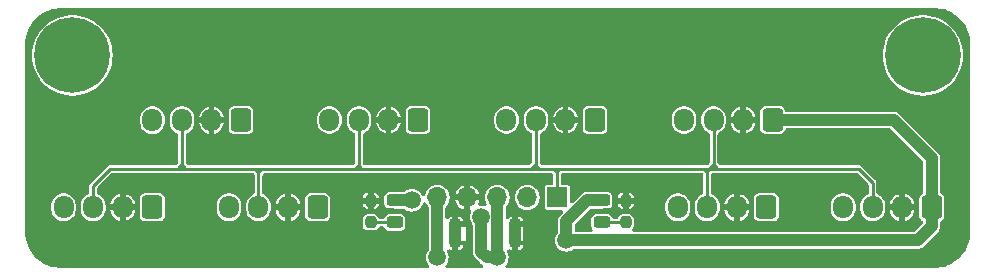
<source format=gbr>
%TF.GenerationSoftware,KiCad,Pcbnew,8.0.2*%
%TF.CreationDate,2024-05-30T14:14:33+02:00*%
%TF.ProjectId,Sensors_expansion_board,53656e73-6f72-4735-9f65-7870616e7369,1.0*%
%TF.SameCoordinates,Original*%
%TF.FileFunction,Copper,L1,Top*%
%TF.FilePolarity,Positive*%
%FSLAX46Y46*%
G04 Gerber Fmt 4.6, Leading zero omitted, Abs format (unit mm)*
G04 Created by KiCad (PCBNEW 8.0.2) date 2024-05-30 14:14:33*
%MOMM*%
%LPD*%
G01*
G04 APERTURE LIST*
G04 Aperture macros list*
%AMRoundRect*
0 Rectangle with rounded corners*
0 $1 Rounding radius*
0 $2 $3 $4 $5 $6 $7 $8 $9 X,Y pos of 4 corners*
0 Add a 4 corners polygon primitive as box body*
4,1,4,$2,$3,$4,$5,$6,$7,$8,$9,$2,$3,0*
0 Add four circle primitives for the rounded corners*
1,1,$1+$1,$2,$3*
1,1,$1+$1,$4,$5*
1,1,$1+$1,$6,$7*
1,1,$1+$1,$8,$9*
0 Add four rect primitives between the rounded corners*
20,1,$1+$1,$2,$3,$4,$5,0*
20,1,$1+$1,$4,$5,$6,$7,0*
20,1,$1+$1,$6,$7,$8,$9,0*
20,1,$1+$1,$8,$9,$2,$3,0*%
G04 Aperture macros list end*
%TA.AperFunction,ComponentPad*%
%ADD10RoundRect,0.250000X0.600000X0.725000X-0.600000X0.725000X-0.600000X-0.725000X0.600000X-0.725000X0*%
%TD*%
%TA.AperFunction,ComponentPad*%
%ADD11O,1.700000X1.950000*%
%TD*%
%TA.AperFunction,ComponentPad*%
%ADD12C,0.800000*%
%TD*%
%TA.AperFunction,ComponentPad*%
%ADD13C,6.400000*%
%TD*%
%TA.AperFunction,SMDPad,CuDef*%
%ADD14RoundRect,0.243750X0.456250X-0.243750X0.456250X0.243750X-0.456250X0.243750X-0.456250X-0.243750X0*%
%TD*%
%TA.AperFunction,SMDPad,CuDef*%
%ADD15RoundRect,0.225000X-0.225000X-0.250000X0.225000X-0.250000X0.225000X0.250000X-0.225000X0.250000X0*%
%TD*%
%TA.AperFunction,SMDPad,CuDef*%
%ADD16RoundRect,0.237500X-0.237500X0.250000X-0.237500X-0.250000X0.237500X-0.250000X0.237500X0.250000X0*%
%TD*%
%TA.AperFunction,ComponentPad*%
%ADD17R,1.700000X1.700000*%
%TD*%
%TA.AperFunction,ComponentPad*%
%ADD18O,1.700000X1.700000*%
%TD*%
%TA.AperFunction,ViaPad*%
%ADD19C,1.500000*%
%TD*%
%TA.AperFunction,ViaPad*%
%ADD20C,0.460000*%
%TD*%
%TA.AperFunction,Conductor*%
%ADD21C,1.000000*%
%TD*%
%TA.AperFunction,Conductor*%
%ADD22C,0.250000*%
%TD*%
G04 APERTURE END LIST*
D10*
%TO.P,J6,1,Pin_1*%
%TO.N,+3V3*%
X203196800Y-93450000D03*
D11*
%TO.P,J6,2,Pin_2*%
%TO.N,GND*%
X200696800Y-93450000D03*
%TO.P,J6,3,Pin_3*%
%TO.N,/I2C_SCL*%
X198196800Y-93450000D03*
%TO.P,J6,4,Pin_4*%
%TO.N,/I2C_SDA*%
X195696800Y-93450000D03*
%TD*%
D10*
%TO.P,J7,1,Pin_1*%
%TO.N,+3V3*%
X217700000Y-100833000D03*
D11*
%TO.P,J7,2,Pin_2*%
%TO.N,GND*%
X215200000Y-100833000D03*
%TO.P,J7,3,Pin_3*%
%TO.N,/I2C_SCL*%
X212700000Y-100833000D03*
%TO.P,J7,4,Pin_4*%
%TO.N,/I2C_SDA*%
X210200000Y-100833000D03*
%TD*%
D10*
%TO.P,J9,1,Pin_1*%
%TO.N,+5V*%
X231700000Y-100833000D03*
D11*
%TO.P,J9,2,Pin_2*%
%TO.N,GND*%
X229200000Y-100833000D03*
%TO.P,J9,3,Pin_3*%
%TO.N,/I2C_SCL*%
X226700000Y-100833000D03*
%TO.P,J9,4,Pin_4*%
%TO.N,/I2C_SDA*%
X224200000Y-100833000D03*
%TD*%
D10*
%TO.P,J8,1,Pin_1*%
%TO.N,+5V*%
X218233600Y-93450000D03*
D11*
%TO.P,J8,2,Pin_2*%
%TO.N,GND*%
X215733600Y-93450000D03*
%TO.P,J8,3,Pin_3*%
%TO.N,/I2C_SCL*%
X213233600Y-93450000D03*
%TO.P,J8,4,Pin_4*%
%TO.N,/I2C_SDA*%
X210733600Y-93450000D03*
%TD*%
D12*
%TO.P,H2,1*%
%TO.N,N/C*%
X228550000Y-87975000D03*
X229252944Y-86277944D03*
X229252944Y-89672056D03*
X230950000Y-85575000D03*
D13*
X230950000Y-87975000D03*
D12*
X230950000Y-90375000D03*
X232647056Y-86277944D03*
X232647056Y-89672056D03*
X233350000Y-87975000D03*
%TD*%
D14*
%TO.P,D2,1,K*%
%TO.N,Net-(D2-K)*%
X186246000Y-102120500D03*
%TO.P,D2,2,A*%
%TO.N,+3V3*%
X186246000Y-100245500D03*
%TD*%
D15*
%TO.P,C9,1*%
%TO.N,+3V3*%
X194907000Y-102286000D03*
%TO.P,C9,2*%
%TO.N,GND*%
X196457000Y-102286000D03*
%TD*%
D10*
%TO.P,J1,1,Pin_1*%
%TO.N,+3V3*%
X173224800Y-93461400D03*
D11*
%TO.P,J1,2,Pin_2*%
%TO.N,GND*%
X170724800Y-93461400D03*
%TO.P,J1,3,Pin_3*%
%TO.N,/I2C_SCL*%
X168224800Y-93461400D03*
%TO.P,J1,4,Pin_4*%
%TO.N,/I2C_SDA*%
X165724800Y-93461400D03*
%TD*%
D14*
%TO.P,D1,1,K*%
%TO.N,Net-(D1-K)*%
X203772000Y-102120500D03*
%TO.P,D1,2,A*%
%TO.N,+5V*%
X203772000Y-100245500D03*
%TD*%
D15*
%TO.P,C10,1*%
%TO.N,+3V3*%
X194907000Y-103810000D03*
%TO.P,C10,2*%
%TO.N,GND*%
X196457000Y-103810000D03*
%TD*%
D10*
%TO.P,J2,1,Pin_1*%
%TO.N,+3V3*%
X165700000Y-100833000D03*
D11*
%TO.P,J2,2,Pin_2*%
%TO.N,GND*%
X163200000Y-100833000D03*
%TO.P,J2,3,Pin_3*%
%TO.N,/I2C_SCL*%
X160700000Y-100833000D03*
%TO.P,J2,4,Pin_4*%
%TO.N,/I2C_SDA*%
X158200000Y-100833000D03*
%TD*%
D16*
%TO.P,R2,1*%
%TO.N,GND*%
X184214000Y-100290500D03*
%TO.P,R2,2*%
%TO.N,Net-(D2-K)*%
X184214000Y-102115500D03*
%TD*%
D15*
%TO.P,C6,1*%
%TO.N,+5V*%
X189827000Y-102286000D03*
%TO.P,C6,2*%
%TO.N,GND*%
X191377000Y-102286000D03*
%TD*%
D10*
%TO.P,J4,1,Pin_1*%
%TO.N,+3V3*%
X188210800Y-93450000D03*
D11*
%TO.P,J4,2,Pin_2*%
%TO.N,GND*%
X185710800Y-93450000D03*
%TO.P,J4,3,Pin_3*%
%TO.N,/I2C_SCL*%
X183210800Y-93450000D03*
%TO.P,J4,4,Pin_4*%
%TO.N,/I2C_SDA*%
X180710800Y-93450000D03*
%TD*%
D10*
%TO.P,J5,1,Pin_1*%
%TO.N,+3V3*%
X179700000Y-100833000D03*
D11*
%TO.P,J5,2,Pin_2*%
%TO.N,GND*%
X177200000Y-100833000D03*
%TO.P,J5,3,Pin_3*%
%TO.N,/I2C_SCL*%
X174700000Y-100833000D03*
%TO.P,J5,4,Pin_4*%
%TO.N,/I2C_SDA*%
X172200000Y-100833000D03*
%TD*%
D12*
%TO.P,H1,1*%
%TO.N,N/C*%
X156550000Y-87975000D03*
X157252944Y-86277944D03*
X157252944Y-89672056D03*
X158950000Y-85575000D03*
D13*
X158950000Y-87975000D03*
D12*
X158950000Y-90375000D03*
X160647056Y-86277944D03*
X160647056Y-89672056D03*
X161350000Y-87975000D03*
%TD*%
D15*
%TO.P,C8,1*%
%TO.N,+5V*%
X189827000Y-103810000D03*
%TO.P,C8,2*%
%TO.N,GND*%
X191377000Y-103810000D03*
%TD*%
D16*
%TO.P,R1,1*%
%TO.N,GND*%
X205804000Y-100290500D03*
%TO.P,R1,2*%
%TO.N,Net-(D1-K)*%
X205804000Y-102115500D03*
%TD*%
D17*
%TO.P,J3,1,Pin_1*%
%TO.N,/I2C_SCL*%
X200000000Y-100000000D03*
D18*
%TO.P,J3,2,Pin_2*%
%TO.N,/I2C_SDA*%
X197460000Y-100000000D03*
%TO.P,J3,3,Pin_3*%
%TO.N,+3V3*%
X194920000Y-100000000D03*
%TO.P,J3,4,Pin_4*%
%TO.N,GND*%
X192380000Y-100000000D03*
%TO.P,J3,5,Pin_5*%
%TO.N,+5V*%
X189840000Y-100000000D03*
%TD*%
D19*
%TO.N,+3V3*%
X187681000Y-100254000D03*
X194920000Y-105080000D03*
X193548400Y-101676400D03*
D20*
%TO.N,GND*%
X226924000Y-86411000D03*
X233147000Y-93523000D03*
X194920000Y-86411000D03*
X191999000Y-105334000D03*
X185522000Y-104699000D03*
X163043000Y-86411000D03*
X179045000Y-86411000D03*
X211049000Y-86411000D03*
D19*
%TO.N,+5V*%
X200762000Y-103630500D03*
X189840000Y-105080000D03*
%TD*%
D21*
%TO.N,+3V3*%
X193548400Y-104597400D02*
X194031000Y-105080000D01*
X194920000Y-102273000D02*
X194907000Y-102286000D01*
X194907000Y-102286000D02*
X194907000Y-103810000D01*
X193548400Y-101676400D02*
X193548400Y-104597400D01*
X187681000Y-100254000D02*
X187672500Y-100245500D01*
X194907000Y-105067000D02*
X194920000Y-105080000D01*
X194920000Y-100000000D02*
X194920000Y-102273000D01*
X194907000Y-103810000D02*
X194907000Y-105067000D01*
X187672500Y-100245500D02*
X186246000Y-100245500D01*
X194031000Y-105080000D02*
X194920000Y-105080000D01*
%TO.N,GND*%
X191377000Y-103810000D02*
X191377000Y-102286000D01*
X196457000Y-103810000D02*
X196457000Y-102286000D01*
%TO.N,+5V*%
X200762000Y-103630500D02*
X200762000Y-102032000D01*
X189827000Y-103810000D02*
X189827000Y-102286000D01*
X202548500Y-100245500D02*
X203772000Y-100245500D01*
X200762000Y-103630500D02*
X230532500Y-103630500D01*
X228502000Y-93450000D02*
X231700000Y-96648000D01*
X189827000Y-103810000D02*
X189827000Y-105067000D01*
X231700000Y-102463000D02*
X231700000Y-100833000D01*
X230532500Y-103630500D02*
X231700000Y-102463000D01*
X189827000Y-102286000D02*
X189827000Y-100013000D01*
X189827000Y-100013000D02*
X189840000Y-100000000D01*
X200762000Y-102032000D02*
X202548500Y-100245500D01*
X189827000Y-105067000D02*
X189840000Y-105080000D01*
X218233600Y-93450000D02*
X228502000Y-93450000D01*
X231700000Y-96648000D02*
X231700000Y-100833000D01*
D22*
%TO.N,Net-(D1-K)*%
X205799000Y-102120500D02*
X205804000Y-102115500D01*
X203772000Y-102120500D02*
X205799000Y-102120500D01*
%TO.N,Net-(D2-K)*%
X186246000Y-102120500D02*
X184219000Y-102120500D01*
X184219000Y-102120500D02*
X184214000Y-102115500D01*
%TO.N,/I2C_SCL*%
X213233600Y-93450000D02*
X213233600Y-97565400D01*
X213233600Y-97565400D02*
X213255200Y-97587000D01*
X198167600Y-97587000D02*
X201778000Y-97587000D01*
X225527000Y-97587000D02*
X226700000Y-98760000D01*
X169774000Y-97587000D02*
X162154000Y-97587000D01*
X174700000Y-100833000D02*
X174700000Y-97614000D01*
X185776000Y-97587000D02*
X174727000Y-97587000D01*
X183210800Y-97514600D02*
X183283200Y-97587000D01*
X183283200Y-97587000D02*
X185776000Y-97587000D01*
X200000000Y-97587000D02*
X201778000Y-97587000D01*
X212700000Y-100833000D02*
X212700000Y-97587000D01*
X168224800Y-97587000D02*
X169774000Y-97587000D01*
X226700000Y-98760000D02*
X226700000Y-100833000D01*
X162154000Y-97587000D02*
X160700000Y-99041000D01*
X174700000Y-97614000D02*
X174727000Y-97587000D01*
X160700000Y-99041000D02*
X160700000Y-100833000D01*
X213255200Y-97587000D02*
X217780000Y-97587000D01*
X183210800Y-93450000D02*
X183210800Y-97514600D01*
X200000000Y-97587000D02*
X185776000Y-97587000D01*
X198196800Y-97557800D02*
X198167600Y-97587000D01*
X201778000Y-97587000D02*
X212700000Y-97587000D01*
X168224800Y-93461400D02*
X168224800Y-97587000D01*
X200000000Y-100000000D02*
X200000000Y-97587000D01*
X198196800Y-93450000D02*
X198196800Y-97557800D01*
X212700000Y-97587000D02*
X213255200Y-97587000D01*
X217780000Y-97587000D02*
X225527000Y-97587000D01*
X174727000Y-97587000D02*
X169774000Y-97587000D01*
%TD*%
%TA.AperFunction,Conductor*%
%TO.N,/I2C_SCL*%
G36*
X198201741Y-97076694D02*
G01*
X198260398Y-97114657D01*
X198260877Y-97115217D01*
X198493596Y-97388808D01*
X198522038Y-97452627D01*
X198511462Y-97521691D01*
X198465226Y-97574075D01*
X198400150Y-97593146D01*
X197925465Y-97596998D01*
X197858268Y-97577858D01*
X197812086Y-97525427D01*
X197801582Y-97456352D01*
X197830090Y-97392562D01*
X197830871Y-97391656D01*
X198072975Y-97114055D01*
X198131871Y-97076471D01*
X198201741Y-97076694D01*
G37*
%TD.AperFunction*%
%TD*%
%TA.AperFunction,Conductor*%
%TO.N,/I2C_SCL*%
G36*
X183215741Y-97127876D02*
G01*
X183274398Y-97165839D01*
X183274877Y-97166399D01*
X183507596Y-97439990D01*
X183536038Y-97503809D01*
X183525462Y-97572873D01*
X183479226Y-97625257D01*
X183414150Y-97644328D01*
X182939465Y-97648180D01*
X182872268Y-97629040D01*
X182826086Y-97576609D01*
X182815582Y-97507534D01*
X182844090Y-97443744D01*
X182844871Y-97442838D01*
X183086975Y-97165237D01*
X183145871Y-97127653D01*
X183215741Y-97127876D01*
G37*
%TD.AperFunction*%
%TD*%
%TA.AperFunction,Conductor*%
%TO.N,/I2C_SCL*%
G36*
X168280541Y-97089397D02*
G01*
X168339198Y-97127360D01*
X168339677Y-97127920D01*
X168572396Y-97401511D01*
X168600838Y-97465330D01*
X168590262Y-97534394D01*
X168544026Y-97586778D01*
X168478950Y-97605849D01*
X168004265Y-97609701D01*
X167937068Y-97590561D01*
X167890886Y-97538130D01*
X167880382Y-97469055D01*
X167908890Y-97405265D01*
X167909671Y-97404359D01*
X168151775Y-97126758D01*
X168210671Y-97089174D01*
X168280541Y-97089397D01*
G37*
%TD.AperFunction*%
%TD*%
%TA.AperFunction,Conductor*%
%TO.N,/I2C_SCL*%
G36*
X213289342Y-97088537D02*
G01*
X213347999Y-97126500D01*
X213348478Y-97127060D01*
X213581196Y-97400651D01*
X213609638Y-97464470D01*
X213599062Y-97533535D01*
X213552826Y-97585918D01*
X213487750Y-97604989D01*
X213139175Y-97607818D01*
X213139174Y-97607818D01*
X212737436Y-97611079D01*
X213160574Y-97125899D01*
X213219472Y-97088314D01*
X213289342Y-97088537D01*
G37*
%TD.AperFunction*%
%TD*%
%TA.AperFunction,Conductor*%
%TO.N,/I2C_SCL*%
G36*
X175011184Y-97577872D02*
G01*
X175057366Y-97630303D01*
X175067870Y-97699378D01*
X175039362Y-97763168D01*
X175038445Y-97764230D01*
X174796479Y-98041673D01*
X174737581Y-98079259D01*
X174667711Y-98079036D01*
X174609054Y-98041073D01*
X174608575Y-98040513D01*
X174375856Y-97766922D01*
X174347414Y-97703103D01*
X174357990Y-97634039D01*
X174404226Y-97581655D01*
X174469299Y-97562584D01*
X174943987Y-97558732D01*
X175011184Y-97577872D01*
G37*
%TD.AperFunction*%
%TD*%
%TA.AperFunction,Conductor*%
%TO.N,/I2C_SCL*%
G36*
X213139175Y-97607817D02*
G01*
X213139174Y-97607818D01*
X212800997Y-97995579D01*
X212742099Y-98033165D01*
X212672229Y-98032942D01*
X212613572Y-97994979D01*
X212613093Y-97994419D01*
X212380373Y-97720826D01*
X212351932Y-97657009D01*
X212362508Y-97587945D01*
X212408744Y-97535561D01*
X212473817Y-97516490D01*
X213224136Y-97510401D01*
X213139175Y-97607817D01*
G37*
%TD.AperFunction*%
%TD*%
%TA.AperFunction,Conductor*%
%TO.N,/I2C_SCL*%
G36*
X200316064Y-97520648D02*
G01*
X200362246Y-97573079D01*
X200372750Y-97642154D01*
X200344242Y-97705944D01*
X200343325Y-97707006D01*
X200101359Y-97984449D01*
X200042461Y-98022035D01*
X199972591Y-98021812D01*
X199913934Y-97983849D01*
X199913455Y-97983289D01*
X199680736Y-97709698D01*
X199652294Y-97645879D01*
X199662870Y-97576815D01*
X199709106Y-97524431D01*
X199774179Y-97505360D01*
X200248867Y-97501508D01*
X200316064Y-97520648D01*
G37*
%TD.AperFunction*%
%TD*%
%TA.AperFunction,Conductor*%
%TO.N,GND*%
G36*
X231951212Y-83975016D02*
G01*
X232109799Y-83977240D01*
X232126835Y-83978316D01*
X232443215Y-84013964D01*
X232462439Y-84017230D01*
X232722665Y-84076625D01*
X232771627Y-84087801D01*
X232790376Y-84093202D01*
X233089730Y-84197950D01*
X233107753Y-84205415D01*
X233393498Y-84343022D01*
X233410575Y-84352461D01*
X233679108Y-84521191D01*
X233695014Y-84532476D01*
X233897101Y-84693635D01*
X233942971Y-84730215D01*
X233957521Y-84743217D01*
X234181782Y-84967478D01*
X234194784Y-84982028D01*
X234392517Y-85229977D01*
X234403808Y-85245891D01*
X234572538Y-85514424D01*
X234581977Y-85531501D01*
X234719582Y-85817241D01*
X234727049Y-85835269D01*
X234831797Y-86134623D01*
X234837198Y-86153372D01*
X234907767Y-86462553D01*
X234911036Y-86481790D01*
X234946682Y-86798160D01*
X234947759Y-86815202D01*
X234949983Y-86973786D01*
X234950000Y-86976226D01*
X234950000Y-102973773D01*
X234949983Y-102976213D01*
X234947759Y-103134797D01*
X234946682Y-103151839D01*
X234911036Y-103468209D01*
X234907767Y-103487446D01*
X234837198Y-103796627D01*
X234831797Y-103815376D01*
X234727049Y-104114730D01*
X234719582Y-104132758D01*
X234581977Y-104418498D01*
X234572538Y-104435575D01*
X234403808Y-104704108D01*
X234392517Y-104720022D01*
X234194784Y-104967971D01*
X234181782Y-104982521D01*
X233957521Y-105206782D01*
X233942971Y-105219784D01*
X233695022Y-105417517D01*
X233679108Y-105428808D01*
X233410575Y-105597538D01*
X233393498Y-105606977D01*
X233107758Y-105744582D01*
X233089730Y-105752049D01*
X232790376Y-105856797D01*
X232771627Y-105862198D01*
X232462446Y-105932767D01*
X232443209Y-105936036D01*
X232126839Y-105971682D01*
X232109797Y-105972759D01*
X231954799Y-105974932D01*
X231951211Y-105974983D01*
X231948774Y-105975000D01*
X195782993Y-105975000D01*
X195702131Y-105955069D01*
X195639794Y-105899843D01*
X195610262Y-105821973D01*
X195620300Y-105739299D01*
X195648490Y-105690615D01*
X195714134Y-105610627D01*
X195714136Y-105610625D01*
X195802396Y-105445501D01*
X195856747Y-105266331D01*
X195875099Y-105080000D01*
X195856747Y-104893669D01*
X195828857Y-104801728D01*
X195802397Y-104714501D01*
X195796842Y-104704108D01*
X195772345Y-104658277D01*
X195751805Y-104577572D01*
X195771124Y-104496562D01*
X195825877Y-104433809D01*
X195903521Y-104403689D01*
X195986270Y-104413102D01*
X196004794Y-104421222D01*
X196099029Y-104469237D01*
X196099032Y-104469238D01*
X196198552Y-104484999D01*
X196207000Y-104484999D01*
X196207000Y-104060001D01*
X196707000Y-104060001D01*
X196707000Y-104484998D01*
X196707001Y-104484999D01*
X196715449Y-104484999D01*
X196814964Y-104469238D01*
X196814970Y-104469237D01*
X196934921Y-104408118D01*
X197030118Y-104312921D01*
X197091238Y-104192967D01*
X197091238Y-104192966D01*
X197107000Y-104093449D01*
X197107000Y-104060001D01*
X197106999Y-104060000D01*
X196707001Y-104060000D01*
X196707000Y-104060001D01*
X196207000Y-104060001D01*
X196207000Y-103857000D01*
X196226931Y-103776138D01*
X196282157Y-103713801D01*
X196360027Y-103684269D01*
X196381000Y-103683000D01*
X197078999Y-103683000D01*
X197079000Y-103683000D01*
X197079000Y-103660072D01*
X197098931Y-103579210D01*
X197106999Y-103568244D01*
X197106999Y-103526550D01*
X197091237Y-103427030D01*
X197087515Y-103415571D01*
X197079000Y-103361806D01*
X197079000Y-102734193D01*
X197087517Y-102680422D01*
X197091238Y-102668969D01*
X197107000Y-102569449D01*
X197107000Y-102536001D01*
X197106999Y-102536000D01*
X196381000Y-102536000D01*
X196300138Y-102516069D01*
X196237801Y-102460843D01*
X196208269Y-102382973D01*
X196207000Y-102362000D01*
X196207000Y-101611001D01*
X196707000Y-101611001D01*
X196707000Y-102035999D01*
X196707001Y-102036000D01*
X197106998Y-102036000D01*
X197106999Y-102035999D01*
X197106999Y-102002550D01*
X197091238Y-101903035D01*
X197091237Y-101903029D01*
X197030118Y-101783078D01*
X196934921Y-101687881D01*
X196814967Y-101626761D01*
X196715450Y-101611000D01*
X196707001Y-101611000D01*
X196707000Y-101611001D01*
X196207000Y-101611001D01*
X196207000Y-101611000D01*
X196198552Y-101611001D01*
X196198539Y-101611002D01*
X196099034Y-101626761D01*
X196099029Y-101626762D01*
X195979078Y-101687881D01*
X195917537Y-101749423D01*
X195846266Y-101792507D01*
X195763136Y-101797536D01*
X195687191Y-101763356D01*
X195635829Y-101697798D01*
X195620500Y-101626386D01*
X195620500Y-100864393D01*
X195640431Y-100783531D01*
X195662168Y-100753987D01*
X195660987Y-100753018D01*
X195676052Y-100734661D01*
X195797685Y-100586450D01*
X195895232Y-100403954D01*
X195955300Y-100205934D01*
X195969100Y-100065826D01*
X195975583Y-100000001D01*
X195975583Y-99999998D01*
X196404417Y-99999998D01*
X196404417Y-100000001D01*
X196424699Y-100205932D01*
X196484769Y-100403957D01*
X196582314Y-100586449D01*
X196688025Y-100715259D01*
X196713590Y-100746410D01*
X196787329Y-100806926D01*
X196873550Y-100877685D01*
X197056038Y-100975228D01*
X197056046Y-100975232D01*
X197254066Y-101035300D01*
X197357033Y-101045441D01*
X197459999Y-101055583D01*
X197460000Y-101055583D01*
X197460001Y-101055583D01*
X197535650Y-101048132D01*
X197665934Y-101035300D01*
X197863954Y-100975232D01*
X198046450Y-100877685D01*
X198206410Y-100746410D01*
X198337685Y-100586450D01*
X198435232Y-100403954D01*
X198495300Y-100205934D01*
X198509100Y-100065826D01*
X198515583Y-100000001D01*
X198515583Y-99999998D01*
X198495300Y-99794067D01*
X198492809Y-99785855D01*
X198435232Y-99596046D01*
X198431738Y-99589510D01*
X198337685Y-99413550D01*
X198258657Y-99317253D01*
X198206410Y-99253590D01*
X198111654Y-99175826D01*
X198046449Y-99122314D01*
X197863957Y-99024769D01*
X197665932Y-98964699D01*
X197460001Y-98944417D01*
X197459999Y-98944417D01*
X197254067Y-98964699D01*
X197056042Y-99024769D01*
X196873550Y-99122314D01*
X196713595Y-99253585D01*
X196713585Y-99253595D01*
X196582314Y-99413550D01*
X196484769Y-99596042D01*
X196424699Y-99794067D01*
X196404417Y-99999998D01*
X195975583Y-99999998D01*
X195955300Y-99794067D01*
X195952809Y-99785855D01*
X195895232Y-99596046D01*
X195891738Y-99589510D01*
X195797685Y-99413550D01*
X195718657Y-99317253D01*
X195666410Y-99253590D01*
X195571654Y-99175826D01*
X195506449Y-99122314D01*
X195323957Y-99024769D01*
X195125932Y-98964699D01*
X194920001Y-98944417D01*
X194919999Y-98944417D01*
X194714067Y-98964699D01*
X194516042Y-99024769D01*
X194333550Y-99122314D01*
X194173595Y-99253585D01*
X194173585Y-99253595D01*
X194042314Y-99413550D01*
X193944769Y-99596042D01*
X193884699Y-99794067D01*
X193864417Y-99999998D01*
X193864417Y-100000001D01*
X193884699Y-100205932D01*
X193944769Y-100403958D01*
X194001552Y-100510189D01*
X194022093Y-100590898D01*
X194002774Y-100671908D01*
X193948020Y-100734661D01*
X193870376Y-100764781D01*
X193797589Y-100758721D01*
X193756986Y-100746404D01*
X193734729Y-100739652D01*
X193548401Y-100721301D01*
X193548396Y-100721301D01*
X193488809Y-100727169D01*
X193406383Y-100715259D01*
X193338933Y-100666409D01*
X193301912Y-100591808D01*
X193303799Y-100508547D01*
X193318302Y-100471983D01*
X193354766Y-100403764D01*
X193401410Y-100250000D01*
X192813012Y-100250000D01*
X192845925Y-100192993D01*
X192880000Y-100065826D01*
X192880000Y-99934174D01*
X192845925Y-99807007D01*
X192813012Y-99750000D01*
X193401410Y-99750000D01*
X193354766Y-99596234D01*
X193354764Y-99596230D01*
X193257268Y-99413827D01*
X193126061Y-99253952D01*
X193126047Y-99253938D01*
X192966172Y-99122731D01*
X192783761Y-99025231D01*
X192783762Y-99025231D01*
X192630000Y-98978587D01*
X192630000Y-99566988D01*
X192572993Y-99534075D01*
X192445826Y-99500000D01*
X192314174Y-99500000D01*
X192187007Y-99534075D01*
X192130000Y-99566988D01*
X192130000Y-98978588D01*
X192129999Y-98978587D01*
X191976238Y-99025231D01*
X191793827Y-99122731D01*
X191633952Y-99253938D01*
X191633938Y-99253952D01*
X191502731Y-99413827D01*
X191405235Y-99596230D01*
X191405233Y-99596234D01*
X191358590Y-99750000D01*
X191946988Y-99750000D01*
X191914075Y-99807007D01*
X191880000Y-99934174D01*
X191880000Y-100065826D01*
X191914075Y-100192993D01*
X191946988Y-100250000D01*
X191358590Y-100250000D01*
X191405233Y-100403765D01*
X191405235Y-100403769D01*
X191502731Y-100586172D01*
X191633938Y-100746047D01*
X191633952Y-100746061D01*
X191793827Y-100877268D01*
X191976230Y-100974764D01*
X191976234Y-100974766D01*
X192130000Y-101021410D01*
X192130000Y-100433012D01*
X192187007Y-100465925D01*
X192314174Y-100500000D01*
X192445826Y-100500000D01*
X192572993Y-100465925D01*
X192630000Y-100433012D01*
X192630000Y-101021411D01*
X192646034Y-101033303D01*
X192699110Y-101097482D01*
X192716282Y-101178974D01*
X192695838Y-101255081D01*
X192666003Y-101310900D01*
X192611653Y-101490065D01*
X192593301Y-101676398D01*
X192593301Y-101676401D01*
X192611653Y-101862734D01*
X192666002Y-102041898D01*
X192754262Y-102207022D01*
X192754264Y-102207025D01*
X192808403Y-102272993D01*
X192844295Y-102348144D01*
X192847900Y-102383378D01*
X192847900Y-104528406D01*
X192847900Y-104666394D01*
X192869436Y-104774661D01*
X192874820Y-104801729D01*
X192927622Y-104929204D01*
X192927624Y-104929210D01*
X193004286Y-105043943D01*
X193486885Y-105526541D01*
X193486886Y-105526543D01*
X193584459Y-105624115D01*
X193632663Y-105656324D01*
X193688825Y-105717821D01*
X193709974Y-105798372D01*
X193691267Y-105879526D01*
X193636989Y-105942690D01*
X193559574Y-105973395D01*
X193535994Y-105975000D01*
X190702993Y-105975000D01*
X190622131Y-105955069D01*
X190559794Y-105899843D01*
X190530262Y-105821973D01*
X190540300Y-105739299D01*
X190568490Y-105690615D01*
X190634134Y-105610627D01*
X190634136Y-105610625D01*
X190722396Y-105445501D01*
X190776747Y-105266331D01*
X190795099Y-105080000D01*
X190776747Y-104893669D01*
X190748857Y-104801728D01*
X190722397Y-104714501D01*
X190716842Y-104704108D01*
X190692345Y-104658277D01*
X190671805Y-104577572D01*
X190691124Y-104496562D01*
X190745877Y-104433809D01*
X190823521Y-104403689D01*
X190906270Y-104413102D01*
X190924794Y-104421222D01*
X191019029Y-104469237D01*
X191019032Y-104469238D01*
X191118552Y-104484999D01*
X191127000Y-104484999D01*
X191127000Y-104060001D01*
X191627000Y-104060001D01*
X191627000Y-104484998D01*
X191627001Y-104484999D01*
X191635449Y-104484999D01*
X191734964Y-104469238D01*
X191734970Y-104469237D01*
X191854921Y-104408118D01*
X191950118Y-104312921D01*
X192011238Y-104192967D01*
X192011238Y-104192966D01*
X192027000Y-104093449D01*
X192027000Y-104060001D01*
X192026999Y-104060000D01*
X191627001Y-104060000D01*
X191627000Y-104060001D01*
X191127000Y-104060001D01*
X191127000Y-103857000D01*
X191146931Y-103776138D01*
X191202157Y-103713801D01*
X191280027Y-103684269D01*
X191301000Y-103683000D01*
X192252999Y-103683000D01*
X192253000Y-103683000D01*
X192253000Y-102540000D01*
X192252999Y-102540000D01*
X192103073Y-102540000D01*
X192086845Y-102536000D01*
X191301000Y-102536000D01*
X191220138Y-102516069D01*
X191157801Y-102460843D01*
X191128269Y-102382973D01*
X191127000Y-102362000D01*
X191127000Y-101611001D01*
X191627000Y-101611001D01*
X191627000Y-102035999D01*
X191627001Y-102036000D01*
X192026998Y-102036000D01*
X192026999Y-102035999D01*
X192026999Y-102002550D01*
X192011238Y-101903035D01*
X192011237Y-101903029D01*
X191950118Y-101783078D01*
X191854921Y-101687881D01*
X191734967Y-101626761D01*
X191635450Y-101611000D01*
X191627001Y-101611000D01*
X191627000Y-101611001D01*
X191127000Y-101611001D01*
X191127000Y-101611000D01*
X191118552Y-101611001D01*
X191118539Y-101611002D01*
X191019034Y-101626761D01*
X191019029Y-101626762D01*
X190899078Y-101687881D01*
X190824537Y-101762423D01*
X190753266Y-101805507D01*
X190670136Y-101810536D01*
X190594191Y-101776356D01*
X190542829Y-101710798D01*
X190527500Y-101639386D01*
X190527500Y-100877052D01*
X190547431Y-100796190D01*
X190581843Y-100753934D01*
X190580364Y-100752455D01*
X190586398Y-100746419D01*
X190586410Y-100746410D01*
X190717685Y-100586450D01*
X190815232Y-100403954D01*
X190875300Y-100205934D01*
X190889100Y-100065826D01*
X190895583Y-100000001D01*
X190895583Y-99999998D01*
X190875300Y-99794067D01*
X190872809Y-99785855D01*
X190815232Y-99596046D01*
X190811738Y-99589510D01*
X190717685Y-99413550D01*
X190638657Y-99317253D01*
X190586410Y-99253590D01*
X190491654Y-99175826D01*
X190426449Y-99122314D01*
X190243957Y-99024769D01*
X190045932Y-98964699D01*
X189840001Y-98944417D01*
X189839999Y-98944417D01*
X189634067Y-98964699D01*
X189436042Y-99024769D01*
X189253550Y-99122314D01*
X189093595Y-99253585D01*
X189093585Y-99253595D01*
X188962314Y-99413550D01*
X188864770Y-99596040D01*
X188864768Y-99596045D01*
X188864768Y-99596046D01*
X188831654Y-99705209D01*
X188821002Y-99740325D01*
X188778456Y-99811919D01*
X188707512Y-99855541D01*
X188624423Y-99861197D01*
X188548222Y-99827591D01*
X188501039Y-99771837D01*
X188489367Y-99750000D01*
X188475136Y-99723375D01*
X188460690Y-99705773D01*
X188356363Y-99578650D01*
X188356361Y-99578648D01*
X188356357Y-99578643D01*
X188356351Y-99578638D01*
X188356349Y-99578636D01*
X188211627Y-99459865D01*
X188046498Y-99371602D01*
X187867333Y-99317253D01*
X187867335Y-99317253D01*
X187681001Y-99298901D01*
X187680999Y-99298901D01*
X187494665Y-99317253D01*
X187315501Y-99371602D01*
X187150372Y-99459865D01*
X187094763Y-99505503D01*
X187019612Y-99541395D01*
X186984378Y-99545000D01*
X186177006Y-99545000D01*
X186130971Y-99554157D01*
X186097027Y-99557500D01*
X185736231Y-99557500D01*
X185706228Y-99560313D01*
X185579819Y-99604545D01*
X185472073Y-99684067D01*
X185472067Y-99684073D01*
X185392545Y-99791819D01*
X185348313Y-99918228D01*
X185345500Y-99948231D01*
X185345500Y-100542768D01*
X185348313Y-100572771D01*
X185392545Y-100699180D01*
X185455211Y-100784087D01*
X185472070Y-100806930D01*
X185505499Y-100831602D01*
X185579819Y-100886454D01*
X185579820Y-100886454D01*
X185579821Y-100886455D01*
X185706226Y-100930686D01*
X185736232Y-100933499D01*
X185736233Y-100933500D01*
X185736236Y-100933500D01*
X186097027Y-100933500D01*
X186130971Y-100936843D01*
X186141518Y-100938940D01*
X186177007Y-100946000D01*
X186963664Y-100946000D01*
X187044526Y-100965931D01*
X187074049Y-100985497D01*
X187150369Y-101048132D01*
X187150375Y-101048136D01*
X187315499Y-101136396D01*
X187315498Y-101136396D01*
X187494666Y-101190746D01*
X187494669Y-101190747D01*
X187624427Y-101203527D01*
X187680999Y-101209099D01*
X187681000Y-101209099D01*
X187681001Y-101209099D01*
X187703855Y-101206847D01*
X187867331Y-101190747D01*
X188046501Y-101136396D01*
X188211625Y-101048136D01*
X188356357Y-100929357D01*
X188475136Y-100784625D01*
X188563396Y-100619501D01*
X188592280Y-100524282D01*
X188634825Y-100452690D01*
X188705768Y-100409068D01*
X188788858Y-100403412D01*
X188865058Y-100437017D01*
X188912241Y-100492770D01*
X188962166Y-100586172D01*
X188962315Y-100586450D01*
X189087005Y-100738386D01*
X189122895Y-100813535D01*
X189126500Y-100848768D01*
X189126500Y-104388860D01*
X189106569Y-104469722D01*
X189087005Y-104499243D01*
X189045866Y-104549370D01*
X189045863Y-104549375D01*
X188957603Y-104714499D01*
X188903253Y-104893665D01*
X188884901Y-105079998D01*
X188884901Y-105080001D01*
X188903253Y-105266334D01*
X188957602Y-105445498D01*
X189045865Y-105610627D01*
X189111510Y-105690615D01*
X189147402Y-105765765D01*
X189144259Y-105848988D01*
X189102800Y-105921217D01*
X189032524Y-105965906D01*
X188977007Y-105975000D01*
X157951226Y-105975000D01*
X157948788Y-105974983D01*
X157945139Y-105974931D01*
X157790202Y-105972759D01*
X157773160Y-105971682D01*
X157456790Y-105936036D01*
X157437553Y-105932767D01*
X157128372Y-105862198D01*
X157109623Y-105856797D01*
X156810269Y-105752049D01*
X156792241Y-105744582D01*
X156506501Y-105606977D01*
X156489424Y-105597538D01*
X156220891Y-105428808D01*
X156204982Y-105417520D01*
X155957028Y-105219784D01*
X155942478Y-105206782D01*
X155718217Y-104982521D01*
X155705215Y-104967971D01*
X155674304Y-104929210D01*
X155507476Y-104720014D01*
X155496191Y-104704108D01*
X155327461Y-104435575D01*
X155318022Y-104418498D01*
X155180415Y-104132753D01*
X155172950Y-104114730D01*
X155068202Y-103815376D01*
X155062801Y-103796627D01*
X155010674Y-103568244D01*
X154992230Y-103487439D01*
X154988963Y-103468209D01*
X154984323Y-103427030D01*
X154953316Y-103151835D01*
X154952240Y-103134796D01*
X154951750Y-103099875D01*
X154950017Y-102976212D01*
X154950000Y-102973773D01*
X154950000Y-100604535D01*
X157149500Y-100604535D01*
X157149500Y-101061465D01*
X157189870Y-101264420D01*
X157198892Y-101286201D01*
X157260656Y-101435313D01*
X157269059Y-101455598D01*
X157384023Y-101627655D01*
X157530345Y-101773977D01*
X157702402Y-101888941D01*
X157893580Y-101968130D01*
X158096535Y-102008500D01*
X158096538Y-102008500D01*
X158303462Y-102008500D01*
X158303465Y-102008500D01*
X158506420Y-101968130D01*
X158697598Y-101888941D01*
X158869655Y-101773977D01*
X159015977Y-101627655D01*
X159130941Y-101455598D01*
X159210130Y-101264420D01*
X159250500Y-101061465D01*
X159250500Y-100604535D01*
X159649500Y-100604535D01*
X159649500Y-101061465D01*
X159689870Y-101264420D01*
X159698892Y-101286201D01*
X159760656Y-101435313D01*
X159769059Y-101455598D01*
X159884023Y-101627655D01*
X160030345Y-101773977D01*
X160202402Y-101888941D01*
X160393580Y-101968130D01*
X160596535Y-102008500D01*
X160596538Y-102008500D01*
X160803462Y-102008500D01*
X160803465Y-102008500D01*
X161006420Y-101968130D01*
X161197598Y-101888941D01*
X161369655Y-101773977D01*
X161515977Y-101627655D01*
X161630941Y-101455598D01*
X161710130Y-101264420D01*
X161750500Y-101061465D01*
X161750500Y-100604535D01*
X161746216Y-100582999D01*
X162154293Y-100582999D01*
X162154293Y-100583000D01*
X162795854Y-100583000D01*
X162757370Y-100649657D01*
X162725000Y-100770465D01*
X162725000Y-100895535D01*
X162757370Y-101016343D01*
X162795854Y-101083000D01*
X162154293Y-101083000D01*
X162190350Y-101264275D01*
X162190351Y-101264276D01*
X162269500Y-101455360D01*
X162269501Y-101455362D01*
X162384407Y-101627331D01*
X162530668Y-101773592D01*
X162702637Y-101888498D01*
X162702639Y-101888499D01*
X162893721Y-101967647D01*
X162893727Y-101967649D01*
X162950000Y-101978842D01*
X162950000Y-101237145D01*
X163016657Y-101275630D01*
X163137465Y-101308000D01*
X163262535Y-101308000D01*
X163383343Y-101275630D01*
X163450000Y-101237145D01*
X163450000Y-101978842D01*
X163506272Y-101967649D01*
X163506278Y-101967647D01*
X163697360Y-101888499D01*
X163697362Y-101888498D01*
X163869331Y-101773592D01*
X164015592Y-101627331D01*
X164130498Y-101455362D01*
X164130499Y-101455360D01*
X164209648Y-101264276D01*
X164209649Y-101264275D01*
X164245707Y-101083000D01*
X163604146Y-101083000D01*
X163642630Y-101016343D01*
X163675000Y-100895535D01*
X163675000Y-100770465D01*
X163642630Y-100649657D01*
X163604146Y-100583000D01*
X164245707Y-100583000D01*
X164245706Y-100582999D01*
X164209649Y-100401724D01*
X164209648Y-100401723D01*
X164130499Y-100210639D01*
X164130498Y-100210637D01*
X164025659Y-100053735D01*
X164649500Y-100053735D01*
X164649500Y-101612264D01*
X164652354Y-101642700D01*
X164664146Y-101676398D01*
X164697207Y-101770882D01*
X164697208Y-101770883D01*
X164697208Y-101770884D01*
X164777845Y-101880144D01*
X164777847Y-101880146D01*
X164777850Y-101880150D01*
X164777853Y-101880152D01*
X164777855Y-101880154D01*
X164877949Y-101954026D01*
X164887118Y-101960793D01*
X165015301Y-102005646D01*
X165045734Y-102008500D01*
X165045735Y-102008500D01*
X166354265Y-102008500D01*
X166354266Y-102008500D01*
X166384699Y-102005646D01*
X166512882Y-101960793D01*
X166622150Y-101880150D01*
X166702793Y-101770882D01*
X166747646Y-101642699D01*
X166750500Y-101612266D01*
X166750500Y-100604535D01*
X171149500Y-100604535D01*
X171149500Y-101061465D01*
X171189870Y-101264420D01*
X171198892Y-101286201D01*
X171260656Y-101435313D01*
X171269059Y-101455598D01*
X171384023Y-101627655D01*
X171530345Y-101773977D01*
X171702402Y-101888941D01*
X171893580Y-101968130D01*
X172096535Y-102008500D01*
X172096538Y-102008500D01*
X172303462Y-102008500D01*
X172303465Y-102008500D01*
X172506420Y-101968130D01*
X172697598Y-101888941D01*
X172869655Y-101773977D01*
X173015977Y-101627655D01*
X173130941Y-101455598D01*
X173210130Y-101264420D01*
X173250500Y-101061465D01*
X173250500Y-100604535D01*
X173210130Y-100401580D01*
X173130941Y-100210402D01*
X173015977Y-100038345D01*
X172869655Y-99892023D01*
X172697598Y-99777059D01*
X172697595Y-99777057D01*
X172697594Y-99777057D01*
X172513752Y-99700907D01*
X172506420Y-99697870D01*
X172303465Y-99657500D01*
X172096535Y-99657500D01*
X171897386Y-99697113D01*
X171893580Y-99697870D01*
X171893577Y-99697871D01*
X171702405Y-99777057D01*
X171702402Y-99777059D01*
X171530347Y-99892021D01*
X171384021Y-100038347D01*
X171269059Y-100210402D01*
X171269057Y-100210405D01*
X171194513Y-100390370D01*
X171189870Y-100401580D01*
X171149500Y-100604535D01*
X166750500Y-100604535D01*
X166750500Y-100053734D01*
X166747646Y-100023301D01*
X166702793Y-99895118D01*
X166700509Y-99892023D01*
X166622154Y-99785855D01*
X166622152Y-99785853D01*
X166622150Y-99785850D01*
X166622146Y-99785847D01*
X166622144Y-99785845D01*
X166512884Y-99705208D01*
X166512882Y-99705207D01*
X166413329Y-99670372D01*
X166384700Y-99660354D01*
X166369482Y-99658927D01*
X166354266Y-99657500D01*
X165045734Y-99657500D01*
X165035589Y-99658451D01*
X165015299Y-99660354D01*
X164943089Y-99685622D01*
X164887118Y-99705207D01*
X164887117Y-99705207D01*
X164887116Y-99705208D01*
X164887115Y-99705208D01*
X164777855Y-99785845D01*
X164777845Y-99785855D01*
X164697208Y-99895115D01*
X164697208Y-99895116D01*
X164697207Y-99895118D01*
X164683744Y-99933593D01*
X164652354Y-100023299D01*
X164649500Y-100053735D01*
X164025659Y-100053735D01*
X164015592Y-100038668D01*
X163869331Y-99892407D01*
X163697362Y-99777501D01*
X163697360Y-99777500D01*
X163506274Y-99698350D01*
X163450000Y-99687156D01*
X163450000Y-100428854D01*
X163383343Y-100390370D01*
X163262535Y-100358000D01*
X163137465Y-100358000D01*
X163016657Y-100390370D01*
X162950000Y-100428854D01*
X162950000Y-99687156D01*
X162893725Y-99698350D01*
X162702639Y-99777500D01*
X162702637Y-99777501D01*
X162530668Y-99892407D01*
X162384407Y-100038668D01*
X162269501Y-100210637D01*
X162269500Y-100210639D01*
X162190351Y-100401723D01*
X162190350Y-100401724D01*
X162154293Y-100582999D01*
X161746216Y-100582999D01*
X161710130Y-100401580D01*
X161630941Y-100210402D01*
X161515977Y-100038345D01*
X161369655Y-99892023D01*
X161364381Y-99888499D01*
X161197598Y-99777058D01*
X161197595Y-99777057D01*
X161132913Y-99750265D01*
X161065833Y-99700907D01*
X161029375Y-99626029D01*
X161025500Y-99589510D01*
X161025500Y-99247900D01*
X161045431Y-99167038D01*
X161076463Y-99124863D01*
X162237863Y-97963463D01*
X162309134Y-97920379D01*
X162360900Y-97912500D01*
X168181947Y-97912500D01*
X168267653Y-97912500D01*
X169731147Y-97912500D01*
X174149471Y-97912500D01*
X174230333Y-97932431D01*
X174282008Y-97973762D01*
X174333037Y-98033753D01*
X174370248Y-98108260D01*
X174374500Y-98146491D01*
X174374500Y-99589510D01*
X174354569Y-99670372D01*
X174299343Y-99732709D01*
X174267087Y-99750265D01*
X174202404Y-99777057D01*
X174202401Y-99777058D01*
X174030347Y-99892021D01*
X173884021Y-100038347D01*
X173769059Y-100210402D01*
X173769057Y-100210405D01*
X173694513Y-100390370D01*
X173689870Y-100401580D01*
X173649500Y-100604535D01*
X173649500Y-101061465D01*
X173689870Y-101264420D01*
X173698892Y-101286201D01*
X173760656Y-101435313D01*
X173769059Y-101455598D01*
X173884023Y-101627655D01*
X174030345Y-101773977D01*
X174202402Y-101888941D01*
X174393580Y-101968130D01*
X174596535Y-102008500D01*
X174596538Y-102008500D01*
X174803462Y-102008500D01*
X174803465Y-102008500D01*
X175006420Y-101968130D01*
X175197598Y-101888941D01*
X175369655Y-101773977D01*
X175515977Y-101627655D01*
X175630941Y-101455598D01*
X175710130Y-101264420D01*
X175750500Y-101061465D01*
X175750500Y-100604535D01*
X175746216Y-100582999D01*
X176154293Y-100582999D01*
X176154293Y-100583000D01*
X176795854Y-100583000D01*
X176757370Y-100649657D01*
X176725000Y-100770465D01*
X176725000Y-100895535D01*
X176757370Y-101016343D01*
X176795854Y-101083000D01*
X176154293Y-101083000D01*
X176190350Y-101264275D01*
X176190351Y-101264276D01*
X176269500Y-101455360D01*
X176269501Y-101455362D01*
X176384407Y-101627331D01*
X176530668Y-101773592D01*
X176702637Y-101888498D01*
X176702639Y-101888499D01*
X176893721Y-101967647D01*
X176893727Y-101967649D01*
X176950000Y-101978842D01*
X176950000Y-101237145D01*
X177016657Y-101275630D01*
X177137465Y-101308000D01*
X177262535Y-101308000D01*
X177383343Y-101275630D01*
X177450000Y-101237145D01*
X177450000Y-101978842D01*
X177506272Y-101967649D01*
X177506278Y-101967647D01*
X177697360Y-101888499D01*
X177697362Y-101888498D01*
X177869331Y-101773592D01*
X178015592Y-101627331D01*
X178130498Y-101455362D01*
X178130499Y-101455360D01*
X178209648Y-101264276D01*
X178209649Y-101264275D01*
X178245707Y-101083000D01*
X177604146Y-101083000D01*
X177642630Y-101016343D01*
X177675000Y-100895535D01*
X177675000Y-100770465D01*
X177642630Y-100649657D01*
X177604146Y-100583000D01*
X178245707Y-100583000D01*
X178245706Y-100582999D01*
X178209649Y-100401724D01*
X178209648Y-100401723D01*
X178130499Y-100210639D01*
X178130498Y-100210637D01*
X178025659Y-100053735D01*
X178649500Y-100053735D01*
X178649500Y-101612264D01*
X178652354Y-101642700D01*
X178664146Y-101676398D01*
X178697207Y-101770882D01*
X178697208Y-101770883D01*
X178697208Y-101770884D01*
X178777845Y-101880144D01*
X178777847Y-101880146D01*
X178777850Y-101880150D01*
X178777853Y-101880152D01*
X178777855Y-101880154D01*
X178877949Y-101954026D01*
X178887118Y-101960793D01*
X179015301Y-102005646D01*
X179045734Y-102008500D01*
X179045735Y-102008500D01*
X180354265Y-102008500D01*
X180354266Y-102008500D01*
X180384699Y-102005646D01*
X180512882Y-101960793D01*
X180622150Y-101880150D01*
X180671898Y-101812744D01*
X183538500Y-101812744D01*
X183538500Y-102418256D01*
X183541275Y-102447849D01*
X183541275Y-102447851D01*
X183541276Y-102447854D01*
X183584880Y-102572467D01*
X183584886Y-102572479D01*
X183663284Y-102678705D01*
X183663286Y-102678707D01*
X183663289Y-102678711D01*
X183663292Y-102678713D01*
X183663294Y-102678715D01*
X183769520Y-102757113D01*
X183769522Y-102757114D01*
X183769525Y-102757116D01*
X183769528Y-102757117D01*
X183769532Y-102757119D01*
X183894145Y-102800723D01*
X183894151Y-102800725D01*
X183923744Y-102803500D01*
X183923745Y-102803500D01*
X184504255Y-102803500D01*
X184504256Y-102803500D01*
X184533849Y-102800725D01*
X184646078Y-102761454D01*
X184658467Y-102757119D01*
X184658468Y-102757118D01*
X184658475Y-102757116D01*
X184764711Y-102678711D01*
X184843116Y-102572475D01*
X184846595Y-102562533D01*
X184892113Y-102492791D01*
X184964828Y-102452191D01*
X185010831Y-102446000D01*
X185224233Y-102446000D01*
X185305095Y-102465931D01*
X185367432Y-102521157D01*
X185388468Y-102562529D01*
X185392544Y-102574178D01*
X185392545Y-102574179D01*
X185472070Y-102681930D01*
X185472073Y-102681932D01*
X185579819Y-102761454D01*
X185579820Y-102761454D01*
X185579821Y-102761455D01*
X185706226Y-102805686D01*
X185736232Y-102808499D01*
X185736233Y-102808500D01*
X185736236Y-102808500D01*
X186755767Y-102808500D01*
X186755767Y-102808499D01*
X186785774Y-102805686D01*
X186912179Y-102761455D01*
X187019930Y-102681930D01*
X187099455Y-102574179D01*
X187143686Y-102447774D01*
X187146500Y-102417764D01*
X187146500Y-101823236D01*
X187143686Y-101793226D01*
X187099455Y-101666821D01*
X187093337Y-101658532D01*
X187019932Y-101559073D01*
X187019930Y-101559070D01*
X187010742Y-101552289D01*
X186912180Y-101479545D01*
X186785771Y-101435313D01*
X186755768Y-101432500D01*
X186755764Y-101432500D01*
X185736236Y-101432500D01*
X185736231Y-101432500D01*
X185706228Y-101435313D01*
X185579819Y-101479545D01*
X185472073Y-101559067D01*
X185472067Y-101559073D01*
X185392545Y-101666820D01*
X185392544Y-101666821D01*
X185388468Y-101678471D01*
X185342947Y-101748212D01*
X185270231Y-101788810D01*
X185224233Y-101795000D01*
X185014331Y-101795000D01*
X184933469Y-101775069D01*
X184871132Y-101719843D01*
X184850096Y-101678471D01*
X184843117Y-101658529D01*
X184843116Y-101658525D01*
X184843114Y-101658522D01*
X184843113Y-101658520D01*
X184764715Y-101552294D01*
X184764713Y-101552292D01*
X184764711Y-101552289D01*
X184764707Y-101552286D01*
X184764705Y-101552284D01*
X184658479Y-101473886D01*
X184658467Y-101473880D01*
X184533854Y-101430276D01*
X184533851Y-101430275D01*
X184533849Y-101430275D01*
X184504256Y-101427500D01*
X183923744Y-101427500D01*
X183894151Y-101430275D01*
X183894149Y-101430275D01*
X183894145Y-101430276D01*
X183769532Y-101473880D01*
X183769520Y-101473886D01*
X183663294Y-101552284D01*
X183663284Y-101552294D01*
X183584886Y-101658520D01*
X183584880Y-101658532D01*
X183541276Y-101783145D01*
X183541275Y-101783149D01*
X183541275Y-101783151D01*
X183538500Y-101812744D01*
X180671898Y-101812744D01*
X180702793Y-101770882D01*
X180747646Y-101642699D01*
X180750500Y-101612266D01*
X180750500Y-100540501D01*
X183539000Y-100540501D01*
X183539000Y-100593207D01*
X183541770Y-100622752D01*
X183541771Y-100622759D01*
X183585328Y-100747234D01*
X183585331Y-100747241D01*
X183663641Y-100853348D01*
X183663651Y-100853358D01*
X183769758Y-100931668D01*
X183769765Y-100931671D01*
X183894240Y-100975228D01*
X183894247Y-100975229D01*
X183923792Y-100978000D01*
X183963999Y-100978000D01*
X183964000Y-100977999D01*
X183964000Y-100540501D01*
X184464000Y-100540501D01*
X184464000Y-100977999D01*
X184464001Y-100978000D01*
X184504208Y-100978000D01*
X184533752Y-100975229D01*
X184533759Y-100975228D01*
X184658234Y-100931671D01*
X184658241Y-100931668D01*
X184764348Y-100853358D01*
X184764358Y-100853348D01*
X184842668Y-100747241D01*
X184842671Y-100747234D01*
X184886228Y-100622759D01*
X184886229Y-100622752D01*
X184889000Y-100593207D01*
X184889000Y-100540501D01*
X184888999Y-100540500D01*
X184464001Y-100540500D01*
X184464000Y-100540501D01*
X183964000Y-100540501D01*
X183963999Y-100540500D01*
X183539001Y-100540500D01*
X183539000Y-100540501D01*
X180750500Y-100540501D01*
X180750500Y-100053734D01*
X180747646Y-100023301D01*
X180735221Y-99987792D01*
X183539000Y-99987792D01*
X183539000Y-100040499D01*
X183539001Y-100040500D01*
X183963999Y-100040500D01*
X183964000Y-100040499D01*
X183964000Y-99603001D01*
X184464000Y-99603001D01*
X184464000Y-100040499D01*
X184464001Y-100040500D01*
X184888999Y-100040500D01*
X184889000Y-100040499D01*
X184889000Y-99987792D01*
X184886229Y-99958247D01*
X184886228Y-99958240D01*
X184842671Y-99833765D01*
X184842668Y-99833758D01*
X184764358Y-99727651D01*
X184764348Y-99727641D01*
X184658241Y-99649331D01*
X184658234Y-99649328D01*
X184533759Y-99605771D01*
X184533752Y-99605770D01*
X184504208Y-99603000D01*
X184464001Y-99603000D01*
X184464000Y-99603001D01*
X183964000Y-99603001D01*
X183963999Y-99603000D01*
X183923792Y-99603000D01*
X183894247Y-99605770D01*
X183894240Y-99605771D01*
X183769765Y-99649328D01*
X183769758Y-99649331D01*
X183663651Y-99727641D01*
X183663641Y-99727651D01*
X183585331Y-99833758D01*
X183585328Y-99833765D01*
X183541771Y-99958240D01*
X183541770Y-99958247D01*
X183539000Y-99987792D01*
X180735221Y-99987792D01*
X180702793Y-99895118D01*
X180700509Y-99892023D01*
X180622154Y-99785855D01*
X180622152Y-99785853D01*
X180622150Y-99785850D01*
X180622146Y-99785847D01*
X180622144Y-99785845D01*
X180512884Y-99705208D01*
X180512882Y-99705207D01*
X180413329Y-99670372D01*
X180384700Y-99660354D01*
X180369482Y-99658927D01*
X180354266Y-99657500D01*
X179045734Y-99657500D01*
X179035589Y-99658451D01*
X179015299Y-99660354D01*
X178943089Y-99685622D01*
X178887118Y-99705207D01*
X178887117Y-99705207D01*
X178887116Y-99705208D01*
X178887115Y-99705208D01*
X178777855Y-99785845D01*
X178777845Y-99785855D01*
X178697208Y-99895115D01*
X178697208Y-99895116D01*
X178697207Y-99895118D01*
X178683744Y-99933593D01*
X178652354Y-100023299D01*
X178649500Y-100053735D01*
X178025659Y-100053735D01*
X178015592Y-100038668D01*
X177869331Y-99892407D01*
X177697362Y-99777501D01*
X177697360Y-99777500D01*
X177506274Y-99698350D01*
X177450000Y-99687156D01*
X177450000Y-100428854D01*
X177383343Y-100390370D01*
X177262535Y-100358000D01*
X177137465Y-100358000D01*
X177016657Y-100390370D01*
X176950000Y-100428854D01*
X176950000Y-99687156D01*
X176893725Y-99698350D01*
X176702639Y-99777500D01*
X176702637Y-99777501D01*
X176530668Y-99892407D01*
X176384407Y-100038668D01*
X176269501Y-100210637D01*
X176269500Y-100210639D01*
X176190351Y-100401723D01*
X176190350Y-100401724D01*
X176154293Y-100582999D01*
X175746216Y-100582999D01*
X175710130Y-100401580D01*
X175630941Y-100210402D01*
X175515977Y-100038345D01*
X175369655Y-99892023D01*
X175364381Y-99888499D01*
X175197598Y-99777058D01*
X175197595Y-99777057D01*
X175132913Y-99750265D01*
X175065833Y-99700907D01*
X175029375Y-99626029D01*
X175025500Y-99589510D01*
X175025500Y-98156942D01*
X175045431Y-98076080D01*
X175068366Y-98042575D01*
X175070527Y-98040098D01*
X175129801Y-97972132D01*
X175197970Y-97924292D01*
X175260935Y-97912500D01*
X183240347Y-97912500D01*
X185733147Y-97912500D01*
X198124747Y-97912500D01*
X198210453Y-97912500D01*
X199500500Y-97912500D01*
X199581362Y-97932431D01*
X199643699Y-97987657D01*
X199673231Y-98065527D01*
X199674500Y-98086500D01*
X199674500Y-98775500D01*
X199654569Y-98856362D01*
X199599343Y-98918699D01*
X199521473Y-98948231D01*
X199500500Y-98949500D01*
X199130252Y-98949500D01*
X199095162Y-98956479D01*
X199071767Y-98961133D01*
X199005451Y-99005445D01*
X199005445Y-99005451D01*
X198961133Y-99071767D01*
X198961133Y-99071769D01*
X198949500Y-99130252D01*
X198949500Y-100869748D01*
X198961133Y-100928231D01*
X198961134Y-100928232D01*
X198961133Y-100928232D01*
X199005445Y-100994548D01*
X199005448Y-100994552D01*
X199005451Y-100994554D01*
X199071767Y-101038866D01*
X199071769Y-101038867D01*
X199130252Y-101050500D01*
X200332770Y-101050500D01*
X200413632Y-101070431D01*
X200475969Y-101125657D01*
X200505501Y-101203527D01*
X200495463Y-101286201D01*
X200455808Y-101347534D01*
X200329463Y-101473880D01*
X200217884Y-101585459D01*
X200141224Y-101700189D01*
X200141222Y-101700195D01*
X200088421Y-101827668D01*
X200088420Y-101827671D01*
X200088420Y-101827672D01*
X200073430Y-101903035D01*
X200063287Y-101954026D01*
X200063285Y-101954034D01*
X200061500Y-101963005D01*
X200061500Y-102923521D01*
X200041569Y-103004383D01*
X200022004Y-103033905D01*
X199967863Y-103099875D01*
X199879603Y-103264999D01*
X199825253Y-103444165D01*
X199806901Y-103630498D01*
X199806901Y-103630501D01*
X199825253Y-103816834D01*
X199879602Y-103995998D01*
X199967865Y-104161127D01*
X200086636Y-104305849D01*
X200086643Y-104305857D01*
X200086648Y-104305861D01*
X200086650Y-104305863D01*
X200231372Y-104424634D01*
X200231373Y-104424634D01*
X200231375Y-104424636D01*
X200314820Y-104469238D01*
X200396501Y-104512897D01*
X200575666Y-104567246D01*
X200575669Y-104567247D01*
X200731716Y-104582616D01*
X200761999Y-104585599D01*
X200762000Y-104585599D01*
X200762001Y-104585599D01*
X200784855Y-104583347D01*
X200948331Y-104567247D01*
X201127501Y-104512896D01*
X201292625Y-104424636D01*
X201358593Y-104370496D01*
X201433744Y-104334605D01*
X201468978Y-104331000D01*
X230601490Y-104331000D01*
X230601494Y-104331000D01*
X230736828Y-104304080D01*
X230864311Y-104251275D01*
X230979043Y-104174614D01*
X232244113Y-102909543D01*
X232305873Y-102817114D01*
X232320775Y-102794811D01*
X232357736Y-102705580D01*
X232373580Y-102667329D01*
X232376495Y-102652674D01*
X232380708Y-102631497D01*
X232392108Y-102574180D01*
X232400500Y-102531993D01*
X232400500Y-102123576D01*
X232420431Y-102042714D01*
X232475657Y-101980377D01*
X232501530Y-101967222D01*
X232501353Y-101966886D01*
X232512876Y-101960794D01*
X232512882Y-101960793D01*
X232622150Y-101880150D01*
X232702793Y-101770882D01*
X232747646Y-101642699D01*
X232750500Y-101612266D01*
X232750500Y-100053734D01*
X232747646Y-100023301D01*
X232702793Y-99895118D01*
X232700509Y-99892023D01*
X232622154Y-99785855D01*
X232622152Y-99785853D01*
X232622150Y-99785850D01*
X232622146Y-99785847D01*
X232622144Y-99785845D01*
X232512886Y-99705209D01*
X232501351Y-99699113D01*
X232502407Y-99697113D01*
X232447289Y-99661139D01*
X232406691Y-99588423D01*
X232400500Y-99542423D01*
X232400500Y-96579010D01*
X232400500Y-96579007D01*
X232373580Y-96443672D01*
X232320775Y-96316189D01*
X232244114Y-96201457D01*
X228948543Y-92905886D01*
X228848149Y-92838805D01*
X228833810Y-92829224D01*
X228833804Y-92829222D01*
X228706329Y-92776420D01*
X228672494Y-92769690D01*
X228570994Y-92749500D01*
X228570993Y-92749500D01*
X228570991Y-92749500D01*
X219442916Y-92749500D01*
X219362054Y-92729569D01*
X219299717Y-92674343D01*
X219278680Y-92632969D01*
X219236393Y-92512118D01*
X219234109Y-92509023D01*
X219155754Y-92402855D01*
X219155752Y-92402853D01*
X219155750Y-92402850D01*
X219155746Y-92402847D01*
X219155744Y-92402845D01*
X219046484Y-92322208D01*
X219046482Y-92322207D01*
X218987296Y-92301497D01*
X218918300Y-92277354D01*
X218903082Y-92275927D01*
X218887866Y-92274500D01*
X217579334Y-92274500D01*
X217569189Y-92275451D01*
X217548899Y-92277354D01*
X217472305Y-92304156D01*
X217420718Y-92322207D01*
X217420717Y-92322207D01*
X217420716Y-92322208D01*
X217420715Y-92322208D01*
X217311455Y-92402845D01*
X217311445Y-92402855D01*
X217230808Y-92512115D01*
X217230808Y-92512116D01*
X217185954Y-92640299D01*
X217183100Y-92670735D01*
X217183100Y-94229264D01*
X217185954Y-94259700D01*
X217189943Y-94271099D01*
X217230807Y-94387882D01*
X217230808Y-94387883D01*
X217230808Y-94387884D01*
X217311445Y-94497144D01*
X217311447Y-94497146D01*
X217311450Y-94497150D01*
X217311453Y-94497152D01*
X217311455Y-94497154D01*
X217420715Y-94577791D01*
X217420718Y-94577793D01*
X217548901Y-94622646D01*
X217579334Y-94625500D01*
X217579335Y-94625500D01*
X218887865Y-94625500D01*
X218887866Y-94625500D01*
X218918299Y-94622646D01*
X219046482Y-94577793D01*
X219155750Y-94497150D01*
X219236393Y-94387882D01*
X219278680Y-94267029D01*
X219324199Y-94197290D01*
X219396915Y-94156691D01*
X219442916Y-94150500D01*
X228139769Y-94150500D01*
X228220631Y-94170431D01*
X228262806Y-94201463D01*
X230948537Y-96887194D01*
X230991621Y-96958465D01*
X230999500Y-97010231D01*
X230999500Y-99542423D01*
X230979569Y-99623285D01*
X230924343Y-99685622D01*
X230898471Y-99698776D01*
X230898649Y-99699113D01*
X230887113Y-99705209D01*
X230777855Y-99785845D01*
X230777845Y-99785855D01*
X230697208Y-99895115D01*
X230697208Y-99895116D01*
X230697207Y-99895118D01*
X230683744Y-99933593D01*
X230652354Y-100023299D01*
X230649500Y-100053735D01*
X230649500Y-101612264D01*
X230652354Y-101642700D01*
X230664146Y-101676398D01*
X230697207Y-101770882D01*
X230697208Y-101770883D01*
X230697208Y-101770884D01*
X230777845Y-101880144D01*
X230777847Y-101880146D01*
X230777850Y-101880150D01*
X230777853Y-101880152D01*
X230777855Y-101880154D01*
X230808850Y-101903029D01*
X230887118Y-101960793D01*
X230887122Y-101960794D01*
X230890926Y-101962805D01*
X230896146Y-101967456D01*
X230897609Y-101968536D01*
X230897509Y-101968670D01*
X230953106Y-102018209D01*
X230982416Y-102096163D01*
X230972141Y-102178809D01*
X230932662Y-102239679D01*
X230293306Y-102879036D01*
X230222035Y-102922121D01*
X230170269Y-102930000D01*
X206513926Y-102930000D01*
X206433064Y-102910069D01*
X206370727Y-102854843D01*
X206341195Y-102776973D01*
X206351233Y-102694299D01*
X206373923Y-102652678D01*
X206433116Y-102572475D01*
X206447283Y-102531990D01*
X206472178Y-102460843D01*
X206476725Y-102447849D01*
X206479500Y-102418256D01*
X206479500Y-101812744D01*
X206476725Y-101783151D01*
X206476723Y-101783145D01*
X206433119Y-101658532D01*
X206433117Y-101658528D01*
X206433116Y-101658525D01*
X206433114Y-101658522D01*
X206433113Y-101658520D01*
X206354715Y-101552294D01*
X206354713Y-101552292D01*
X206354711Y-101552289D01*
X206354707Y-101552286D01*
X206354705Y-101552284D01*
X206248479Y-101473886D01*
X206248467Y-101473880D01*
X206123854Y-101430276D01*
X206123851Y-101430275D01*
X206123849Y-101430275D01*
X206094256Y-101427500D01*
X205513744Y-101427500D01*
X205484151Y-101430275D01*
X205484149Y-101430275D01*
X205484145Y-101430276D01*
X205359532Y-101473880D01*
X205359520Y-101473886D01*
X205253294Y-101552284D01*
X205253284Y-101552294D01*
X205174886Y-101658520D01*
X205174882Y-101658529D01*
X205167904Y-101678471D01*
X205122384Y-101748212D01*
X205049667Y-101788810D01*
X205003669Y-101795000D01*
X204793767Y-101795000D01*
X204712905Y-101775069D01*
X204650568Y-101719843D01*
X204629532Y-101678471D01*
X204625455Y-101666821D01*
X204625454Y-101666820D01*
X204625453Y-101666819D01*
X204545930Y-101559070D01*
X204536742Y-101552289D01*
X204438180Y-101479545D01*
X204311771Y-101435313D01*
X204281768Y-101432500D01*
X204281764Y-101432500D01*
X203262236Y-101432500D01*
X203262231Y-101432500D01*
X203232228Y-101435313D01*
X203105819Y-101479545D01*
X202998073Y-101559067D01*
X202998067Y-101559073D01*
X202918545Y-101666819D01*
X202874313Y-101793228D01*
X202871500Y-101823231D01*
X202871500Y-102417768D01*
X202874313Y-102447771D01*
X202918545Y-102574180D01*
X202976478Y-102652674D01*
X203008460Y-102729570D01*
X203001043Y-102812521D01*
X202955927Y-102882523D01*
X202883447Y-102923541D01*
X202836479Y-102930000D01*
X201636500Y-102930000D01*
X201555638Y-102910069D01*
X201493301Y-102854843D01*
X201463769Y-102776973D01*
X201462500Y-102756000D01*
X201462500Y-102394231D01*
X201482431Y-102313369D01*
X201513463Y-102271194D01*
X202787694Y-100996963D01*
X202858965Y-100953879D01*
X202910731Y-100946000D01*
X203840990Y-100946000D01*
X203840993Y-100946000D01*
X203878175Y-100938603D01*
X203887029Y-100936843D01*
X203920973Y-100933500D01*
X204281767Y-100933500D01*
X204281767Y-100933499D01*
X204311774Y-100930686D01*
X204438179Y-100886455D01*
X204545930Y-100806930D01*
X204625455Y-100699179D01*
X204669686Y-100572774D01*
X204672500Y-100542764D01*
X204672500Y-100540501D01*
X205129000Y-100540501D01*
X205129000Y-100593207D01*
X205131770Y-100622752D01*
X205131771Y-100622759D01*
X205175328Y-100747234D01*
X205175331Y-100747241D01*
X205253641Y-100853348D01*
X205253651Y-100853358D01*
X205359758Y-100931668D01*
X205359765Y-100931671D01*
X205484240Y-100975228D01*
X205484247Y-100975229D01*
X205513792Y-100978000D01*
X205553999Y-100978000D01*
X205554000Y-100977999D01*
X205554000Y-100540501D01*
X206054000Y-100540501D01*
X206054000Y-100977999D01*
X206054001Y-100978000D01*
X206094208Y-100978000D01*
X206123752Y-100975229D01*
X206123759Y-100975228D01*
X206248234Y-100931671D01*
X206248241Y-100931668D01*
X206354348Y-100853358D01*
X206354358Y-100853348D01*
X206432668Y-100747241D01*
X206432671Y-100747234D01*
X206476228Y-100622759D01*
X206476229Y-100622752D01*
X206477938Y-100604535D01*
X209149500Y-100604535D01*
X209149500Y-101061465D01*
X209189870Y-101264420D01*
X209198892Y-101286201D01*
X209260656Y-101435313D01*
X209269059Y-101455598D01*
X209384023Y-101627655D01*
X209530345Y-101773977D01*
X209702402Y-101888941D01*
X209893580Y-101968130D01*
X210096535Y-102008500D01*
X210096538Y-102008500D01*
X210303462Y-102008500D01*
X210303465Y-102008500D01*
X210506420Y-101968130D01*
X210697598Y-101888941D01*
X210869655Y-101773977D01*
X211015977Y-101627655D01*
X211130941Y-101455598D01*
X211210130Y-101264420D01*
X211250500Y-101061465D01*
X211250500Y-100604535D01*
X211210130Y-100401580D01*
X211130941Y-100210402D01*
X211015977Y-100038345D01*
X210869655Y-99892023D01*
X210697598Y-99777059D01*
X210697595Y-99777057D01*
X210697594Y-99777057D01*
X210513752Y-99700907D01*
X210506420Y-99697870D01*
X210303465Y-99657500D01*
X210096535Y-99657500D01*
X209897386Y-99697113D01*
X209893580Y-99697870D01*
X209893577Y-99697871D01*
X209702405Y-99777057D01*
X209702402Y-99777059D01*
X209530347Y-99892021D01*
X209384021Y-100038347D01*
X209269059Y-100210402D01*
X209269057Y-100210405D01*
X209194513Y-100390370D01*
X209189870Y-100401580D01*
X209149500Y-100604535D01*
X206477938Y-100604535D01*
X206479000Y-100593207D01*
X206479000Y-100540501D01*
X206478999Y-100540500D01*
X206054001Y-100540500D01*
X206054000Y-100540501D01*
X205554000Y-100540501D01*
X205553999Y-100540500D01*
X205129001Y-100540500D01*
X205129000Y-100540501D01*
X204672500Y-100540501D01*
X204672500Y-99987792D01*
X205129000Y-99987792D01*
X205129000Y-100040499D01*
X205129001Y-100040500D01*
X205553999Y-100040500D01*
X205554000Y-100040499D01*
X205554000Y-99603001D01*
X206054000Y-99603001D01*
X206054000Y-100040499D01*
X206054001Y-100040500D01*
X206478999Y-100040500D01*
X206479000Y-100040499D01*
X206479000Y-99987792D01*
X206476229Y-99958247D01*
X206476228Y-99958240D01*
X206432671Y-99833765D01*
X206432668Y-99833758D01*
X206354358Y-99727651D01*
X206354348Y-99727641D01*
X206248241Y-99649331D01*
X206248234Y-99649328D01*
X206123759Y-99605771D01*
X206123752Y-99605770D01*
X206094208Y-99603000D01*
X206054001Y-99603000D01*
X206054000Y-99603001D01*
X205554000Y-99603001D01*
X205553999Y-99603000D01*
X205513792Y-99603000D01*
X205484247Y-99605770D01*
X205484240Y-99605771D01*
X205359765Y-99649328D01*
X205359758Y-99649331D01*
X205253651Y-99727641D01*
X205253641Y-99727651D01*
X205175331Y-99833758D01*
X205175328Y-99833765D01*
X205131771Y-99958240D01*
X205131770Y-99958247D01*
X205129000Y-99987792D01*
X204672500Y-99987792D01*
X204672500Y-99948236D01*
X204669686Y-99918226D01*
X204625455Y-99791821D01*
X204621048Y-99785850D01*
X204561948Y-99705773D01*
X204545930Y-99684070D01*
X204527370Y-99670372D01*
X204438180Y-99604545D01*
X204311771Y-99560313D01*
X204281768Y-99557500D01*
X204281764Y-99557500D01*
X203920973Y-99557500D01*
X203887029Y-99554157D01*
X203840993Y-99545000D01*
X202617494Y-99545000D01*
X202479507Y-99545000D01*
X202416666Y-99557500D01*
X202344170Y-99571920D01*
X202216695Y-99624722D01*
X202216689Y-99624724D01*
X202101956Y-99701386D01*
X201347536Y-100455806D01*
X201276265Y-100498890D01*
X201193136Y-100503919D01*
X201117191Y-100469739D01*
X201065829Y-100404181D01*
X201050500Y-100332769D01*
X201050500Y-99130255D01*
X201050500Y-99130252D01*
X201038867Y-99071769D01*
X201007461Y-99024768D01*
X200994554Y-99005451D01*
X200994552Y-99005448D01*
X200994548Y-99005445D01*
X200928232Y-98961133D01*
X200913610Y-98958224D01*
X200869748Y-98949500D01*
X200869745Y-98949500D01*
X200499500Y-98949500D01*
X200418638Y-98929569D01*
X200356301Y-98874343D01*
X200326769Y-98796473D01*
X200325500Y-98775500D01*
X200325500Y-98105314D01*
X200345431Y-98024452D01*
X200368364Y-97990949D01*
X200371235Y-97987657D01*
X200384773Y-97972134D01*
X200452942Y-97924293D01*
X200515908Y-97912500D01*
X201735147Y-97912500D01*
X212193197Y-97912500D01*
X212274059Y-97932431D01*
X212325730Y-97973757D01*
X212333034Y-97982344D01*
X212370247Y-98056848D01*
X212374500Y-98095085D01*
X212374500Y-99589510D01*
X212354569Y-99670372D01*
X212299343Y-99732709D01*
X212267087Y-99750265D01*
X212202404Y-99777057D01*
X212202401Y-99777058D01*
X212030347Y-99892021D01*
X211884021Y-100038347D01*
X211769059Y-100210402D01*
X211769057Y-100210405D01*
X211694513Y-100390370D01*
X211689870Y-100401580D01*
X211649500Y-100604535D01*
X211649500Y-101061465D01*
X211689870Y-101264420D01*
X211698892Y-101286201D01*
X211760656Y-101435313D01*
X211769059Y-101455598D01*
X211884023Y-101627655D01*
X212030345Y-101773977D01*
X212202402Y-101888941D01*
X212393580Y-101968130D01*
X212596535Y-102008500D01*
X212596538Y-102008500D01*
X212803462Y-102008500D01*
X212803465Y-102008500D01*
X213006420Y-101968130D01*
X213197598Y-101888941D01*
X213369655Y-101773977D01*
X213515977Y-101627655D01*
X213630941Y-101455598D01*
X213710130Y-101264420D01*
X213750500Y-101061465D01*
X213750500Y-100604535D01*
X213746216Y-100582999D01*
X214154293Y-100582999D01*
X214154293Y-100583000D01*
X214795854Y-100583000D01*
X214757370Y-100649657D01*
X214725000Y-100770465D01*
X214725000Y-100895535D01*
X214757370Y-101016343D01*
X214795854Y-101083000D01*
X214154293Y-101083000D01*
X214190350Y-101264275D01*
X214190351Y-101264276D01*
X214269500Y-101455360D01*
X214269501Y-101455362D01*
X214384407Y-101627331D01*
X214530668Y-101773592D01*
X214702637Y-101888498D01*
X214702639Y-101888499D01*
X214893721Y-101967647D01*
X214893727Y-101967649D01*
X214950000Y-101978842D01*
X214950000Y-101237145D01*
X215016657Y-101275630D01*
X215137465Y-101308000D01*
X215262535Y-101308000D01*
X215383343Y-101275630D01*
X215450000Y-101237145D01*
X215450000Y-101978842D01*
X215506272Y-101967649D01*
X215506278Y-101967647D01*
X215697360Y-101888499D01*
X215697362Y-101888498D01*
X215869331Y-101773592D01*
X216015592Y-101627331D01*
X216130498Y-101455362D01*
X216130499Y-101455360D01*
X216209648Y-101264276D01*
X216209649Y-101264275D01*
X216245707Y-101083000D01*
X215604146Y-101083000D01*
X215642630Y-101016343D01*
X215675000Y-100895535D01*
X215675000Y-100770465D01*
X215642630Y-100649657D01*
X215604146Y-100583000D01*
X216245707Y-100583000D01*
X216245706Y-100582999D01*
X216209649Y-100401724D01*
X216209648Y-100401723D01*
X216130499Y-100210639D01*
X216130498Y-100210637D01*
X216025659Y-100053735D01*
X216649500Y-100053735D01*
X216649500Y-101612264D01*
X216652354Y-101642700D01*
X216664146Y-101676398D01*
X216697207Y-101770882D01*
X216697208Y-101770883D01*
X216697208Y-101770884D01*
X216777845Y-101880144D01*
X216777847Y-101880146D01*
X216777850Y-101880150D01*
X216777853Y-101880152D01*
X216777855Y-101880154D01*
X216877949Y-101954026D01*
X216887118Y-101960793D01*
X217015301Y-102005646D01*
X217045734Y-102008500D01*
X217045735Y-102008500D01*
X218354265Y-102008500D01*
X218354266Y-102008500D01*
X218384699Y-102005646D01*
X218512882Y-101960793D01*
X218622150Y-101880150D01*
X218702793Y-101770882D01*
X218747646Y-101642699D01*
X218750500Y-101612266D01*
X218750500Y-100604535D01*
X223149500Y-100604535D01*
X223149500Y-101061465D01*
X223189870Y-101264420D01*
X223198892Y-101286201D01*
X223260656Y-101435313D01*
X223269059Y-101455598D01*
X223384023Y-101627655D01*
X223530345Y-101773977D01*
X223702402Y-101888941D01*
X223893580Y-101968130D01*
X224096535Y-102008500D01*
X224096538Y-102008500D01*
X224303462Y-102008500D01*
X224303465Y-102008500D01*
X224506420Y-101968130D01*
X224697598Y-101888941D01*
X224869655Y-101773977D01*
X225015977Y-101627655D01*
X225130941Y-101455598D01*
X225210130Y-101264420D01*
X225250500Y-101061465D01*
X225250500Y-100604535D01*
X225210130Y-100401580D01*
X225130941Y-100210402D01*
X225015977Y-100038345D01*
X224869655Y-99892023D01*
X224697598Y-99777059D01*
X224697595Y-99777057D01*
X224697594Y-99777057D01*
X224513752Y-99700907D01*
X224506420Y-99697870D01*
X224303465Y-99657500D01*
X224096535Y-99657500D01*
X223897386Y-99697113D01*
X223893580Y-99697870D01*
X223893577Y-99697871D01*
X223702405Y-99777057D01*
X223702402Y-99777059D01*
X223530347Y-99892021D01*
X223384021Y-100038347D01*
X223269059Y-100210402D01*
X223269057Y-100210405D01*
X223194513Y-100390370D01*
X223189870Y-100401580D01*
X223149500Y-100604535D01*
X218750500Y-100604535D01*
X218750500Y-100053734D01*
X218747646Y-100023301D01*
X218702793Y-99895118D01*
X218700509Y-99892023D01*
X218622154Y-99785855D01*
X218622152Y-99785853D01*
X218622150Y-99785850D01*
X218622146Y-99785847D01*
X218622144Y-99785845D01*
X218512884Y-99705208D01*
X218512882Y-99705207D01*
X218413329Y-99670372D01*
X218384700Y-99660354D01*
X218369482Y-99658927D01*
X218354266Y-99657500D01*
X217045734Y-99657500D01*
X217035589Y-99658451D01*
X217015299Y-99660354D01*
X216943089Y-99685622D01*
X216887118Y-99705207D01*
X216887117Y-99705207D01*
X216887116Y-99705208D01*
X216887115Y-99705208D01*
X216777855Y-99785845D01*
X216777845Y-99785855D01*
X216697208Y-99895115D01*
X216697208Y-99895116D01*
X216697207Y-99895118D01*
X216683744Y-99933593D01*
X216652354Y-100023299D01*
X216649500Y-100053735D01*
X216025659Y-100053735D01*
X216015592Y-100038668D01*
X215869331Y-99892407D01*
X215697362Y-99777501D01*
X215697360Y-99777500D01*
X215506274Y-99698350D01*
X215450000Y-99687156D01*
X215450000Y-100428854D01*
X215383343Y-100390370D01*
X215262535Y-100358000D01*
X215137465Y-100358000D01*
X215016657Y-100390370D01*
X214950000Y-100428854D01*
X214950000Y-99687156D01*
X214893725Y-99698350D01*
X214702639Y-99777500D01*
X214702637Y-99777501D01*
X214530668Y-99892407D01*
X214384407Y-100038668D01*
X214269501Y-100210637D01*
X214269500Y-100210639D01*
X214190351Y-100401723D01*
X214190350Y-100401724D01*
X214154293Y-100582999D01*
X213746216Y-100582999D01*
X213710130Y-100401580D01*
X213630941Y-100210402D01*
X213515977Y-100038345D01*
X213369655Y-99892023D01*
X213364381Y-99888499D01*
X213197598Y-99777058D01*
X213197595Y-99777057D01*
X213132913Y-99750265D01*
X213065833Y-99700907D01*
X213029375Y-99626029D01*
X213025500Y-99589510D01*
X213025500Y-98116030D01*
X213045431Y-98035168D01*
X213068365Y-98001664D01*
X213094119Y-97972134D01*
X213162289Y-97924292D01*
X213225254Y-97912500D01*
X217737147Y-97912500D01*
X225320099Y-97912500D01*
X225400961Y-97932431D01*
X225443136Y-97963463D01*
X226323537Y-98843863D01*
X226366621Y-98915134D01*
X226374500Y-98966900D01*
X226374500Y-99589510D01*
X226354569Y-99670372D01*
X226299343Y-99732709D01*
X226267087Y-99750265D01*
X226202404Y-99777057D01*
X226202401Y-99777058D01*
X226030347Y-99892021D01*
X225884021Y-100038347D01*
X225769059Y-100210402D01*
X225769057Y-100210405D01*
X225694513Y-100390370D01*
X225689870Y-100401580D01*
X225649500Y-100604535D01*
X225649500Y-101061465D01*
X225689870Y-101264420D01*
X225698892Y-101286201D01*
X225760656Y-101435313D01*
X225769059Y-101455598D01*
X225884023Y-101627655D01*
X226030345Y-101773977D01*
X226202402Y-101888941D01*
X226393580Y-101968130D01*
X226596535Y-102008500D01*
X226596538Y-102008500D01*
X226803462Y-102008500D01*
X226803465Y-102008500D01*
X227006420Y-101968130D01*
X227197598Y-101888941D01*
X227369655Y-101773977D01*
X227515977Y-101627655D01*
X227630941Y-101455598D01*
X227710130Y-101264420D01*
X227750500Y-101061465D01*
X227750500Y-100604535D01*
X227746216Y-100582999D01*
X228154293Y-100582999D01*
X228154293Y-100583000D01*
X228795854Y-100583000D01*
X228757370Y-100649657D01*
X228725000Y-100770465D01*
X228725000Y-100895535D01*
X228757370Y-101016343D01*
X228795854Y-101083000D01*
X228154293Y-101083000D01*
X228190350Y-101264275D01*
X228190351Y-101264276D01*
X228269500Y-101455360D01*
X228269501Y-101455362D01*
X228384407Y-101627331D01*
X228530668Y-101773592D01*
X228702637Y-101888498D01*
X228702639Y-101888499D01*
X228893721Y-101967647D01*
X228893727Y-101967649D01*
X228950000Y-101978842D01*
X228950000Y-101237145D01*
X229016657Y-101275630D01*
X229137465Y-101308000D01*
X229262535Y-101308000D01*
X229383343Y-101275630D01*
X229450000Y-101237145D01*
X229450000Y-101978842D01*
X229506272Y-101967649D01*
X229506278Y-101967647D01*
X229697360Y-101888499D01*
X229697362Y-101888498D01*
X229869331Y-101773592D01*
X230015592Y-101627331D01*
X230130498Y-101455362D01*
X230130499Y-101455360D01*
X230209648Y-101264276D01*
X230209649Y-101264275D01*
X230245707Y-101083000D01*
X229604146Y-101083000D01*
X229642630Y-101016343D01*
X229675000Y-100895535D01*
X229675000Y-100770465D01*
X229642630Y-100649657D01*
X229604146Y-100583000D01*
X230245707Y-100583000D01*
X230245706Y-100582999D01*
X230209649Y-100401724D01*
X230209648Y-100401723D01*
X230130499Y-100210639D01*
X230130498Y-100210637D01*
X230015592Y-100038668D01*
X229869331Y-99892407D01*
X229697362Y-99777501D01*
X229697360Y-99777500D01*
X229506274Y-99698350D01*
X229450000Y-99687156D01*
X229450000Y-100428854D01*
X229383343Y-100390370D01*
X229262535Y-100358000D01*
X229137465Y-100358000D01*
X229016657Y-100390370D01*
X228950000Y-100428854D01*
X228950000Y-99687156D01*
X228893725Y-99698350D01*
X228702639Y-99777500D01*
X228702637Y-99777501D01*
X228530668Y-99892407D01*
X228384407Y-100038668D01*
X228269501Y-100210637D01*
X228269500Y-100210639D01*
X228190351Y-100401723D01*
X228190350Y-100401724D01*
X228154293Y-100582999D01*
X227746216Y-100582999D01*
X227710130Y-100401580D01*
X227630941Y-100210402D01*
X227515977Y-100038345D01*
X227369655Y-99892023D01*
X227364381Y-99888499D01*
X227197598Y-99777058D01*
X227197595Y-99777057D01*
X227132913Y-99750265D01*
X227065833Y-99700907D01*
X227029375Y-99626029D01*
X227025500Y-99589510D01*
X227025500Y-98816885D01*
X227025501Y-98816872D01*
X227025501Y-98717149D01*
X227025501Y-98717148D01*
X227003318Y-98634362D01*
X226960465Y-98560138D01*
X226899862Y-98499535D01*
X226899859Y-98499533D01*
X225726862Y-97326535D01*
X225726859Y-97326533D01*
X225726858Y-97326532D01*
X225652637Y-97283680D01*
X225569860Y-97261501D01*
X225569854Y-97261500D01*
X225569853Y-97261500D01*
X225569850Y-97261500D01*
X213813049Y-97261500D01*
X213732187Y-97241569D01*
X213680511Y-97200237D01*
X213600562Y-97106246D01*
X213563352Y-97031739D01*
X213559100Y-96993509D01*
X213559100Y-94693489D01*
X213579031Y-94612627D01*
X213634257Y-94550290D01*
X213666514Y-94532734D01*
X213680372Y-94526993D01*
X213731198Y-94505941D01*
X213903255Y-94390977D01*
X214049577Y-94244655D01*
X214164541Y-94072598D01*
X214243730Y-93881420D01*
X214284100Y-93678465D01*
X214284100Y-93221535D01*
X214279816Y-93199999D01*
X214687893Y-93199999D01*
X214687893Y-93200000D01*
X215329454Y-93200000D01*
X215290970Y-93266657D01*
X215258600Y-93387465D01*
X215258600Y-93512535D01*
X215290970Y-93633343D01*
X215329454Y-93700000D01*
X214687893Y-93700000D01*
X214723950Y-93881275D01*
X214723951Y-93881276D01*
X214803100Y-94072360D01*
X214803101Y-94072362D01*
X214918007Y-94244331D01*
X215064268Y-94390592D01*
X215236237Y-94505498D01*
X215236239Y-94505499D01*
X215427321Y-94584647D01*
X215427327Y-94584649D01*
X215483600Y-94595842D01*
X215483600Y-93854145D01*
X215550257Y-93892630D01*
X215671065Y-93925000D01*
X215796135Y-93925000D01*
X215916943Y-93892630D01*
X215983600Y-93854145D01*
X215983600Y-94595842D01*
X216039872Y-94584649D01*
X216039878Y-94584647D01*
X216230960Y-94505499D01*
X216230962Y-94505498D01*
X216402931Y-94390592D01*
X216549192Y-94244331D01*
X216664098Y-94072362D01*
X216664099Y-94072360D01*
X216743248Y-93881276D01*
X216743249Y-93881275D01*
X216779307Y-93700000D01*
X216137746Y-93700000D01*
X216176230Y-93633343D01*
X216208600Y-93512535D01*
X216208600Y-93387465D01*
X216176230Y-93266657D01*
X216137746Y-93200000D01*
X216779307Y-93200000D01*
X216779306Y-93199999D01*
X216743249Y-93018724D01*
X216743248Y-93018723D01*
X216664099Y-92827639D01*
X216664098Y-92827637D01*
X216549192Y-92655668D01*
X216402931Y-92509407D01*
X216230962Y-92394501D01*
X216230960Y-92394500D01*
X216039874Y-92315350D01*
X215983600Y-92304156D01*
X215983600Y-93045854D01*
X215916943Y-93007370D01*
X215796135Y-92975000D01*
X215671065Y-92975000D01*
X215550257Y-93007370D01*
X215483600Y-93045854D01*
X215483600Y-92304156D01*
X215427325Y-92315350D01*
X215236239Y-92394500D01*
X215236237Y-92394501D01*
X215064268Y-92509407D01*
X214918007Y-92655668D01*
X214803101Y-92827637D01*
X214803100Y-92827639D01*
X214723951Y-93018723D01*
X214723950Y-93018724D01*
X214687893Y-93199999D01*
X214279816Y-93199999D01*
X214243730Y-93018580D01*
X214164541Y-92827402D01*
X214049577Y-92655345D01*
X213903255Y-92509023D01*
X213731198Y-92394059D01*
X213731195Y-92394057D01*
X213731194Y-92394057D01*
X213585255Y-92333607D01*
X213540020Y-92314870D01*
X213337065Y-92274500D01*
X213130135Y-92274500D01*
X212927180Y-92314870D01*
X212927177Y-92314871D01*
X212736005Y-92394057D01*
X212736002Y-92394059D01*
X212563947Y-92509021D01*
X212417621Y-92655347D01*
X212302659Y-92827402D01*
X212302657Y-92827405D01*
X212236799Y-92986400D01*
X212223470Y-93018580D01*
X212183100Y-93221535D01*
X212183100Y-93678465D01*
X212223470Y-93881420D01*
X212302659Y-94072598D01*
X212417623Y-94244655D01*
X212563945Y-94390977D01*
X212736002Y-94505941D01*
X212736007Y-94505943D01*
X212800686Y-94532734D01*
X212867766Y-94582091D01*
X212904224Y-94656969D01*
X212908100Y-94693489D01*
X212908100Y-97037522D01*
X212888169Y-97118384D01*
X212865235Y-97151888D01*
X212821648Y-97201866D01*
X212753479Y-97249708D01*
X212690513Y-97261500D01*
X198735521Y-97261500D01*
X198654659Y-97241569D01*
X198602983Y-97200237D01*
X198563762Y-97154127D01*
X198526552Y-97079620D01*
X198522300Y-97041390D01*
X198522300Y-94693489D01*
X198542231Y-94612627D01*
X198597457Y-94550290D01*
X198629714Y-94532734D01*
X198643572Y-94526993D01*
X198694398Y-94505941D01*
X198866455Y-94390977D01*
X199012777Y-94244655D01*
X199127741Y-94072598D01*
X199206930Y-93881420D01*
X199247300Y-93678465D01*
X199247300Y-93221535D01*
X199243016Y-93199999D01*
X199651093Y-93199999D01*
X199651093Y-93200000D01*
X200292654Y-93200000D01*
X200254170Y-93266657D01*
X200221800Y-93387465D01*
X200221800Y-93512535D01*
X200254170Y-93633343D01*
X200292654Y-93700000D01*
X199651093Y-93700000D01*
X199687150Y-93881275D01*
X199687151Y-93881276D01*
X199766300Y-94072360D01*
X199766301Y-94072362D01*
X199881207Y-94244331D01*
X200027468Y-94390592D01*
X200199437Y-94505498D01*
X200199439Y-94505499D01*
X200390521Y-94584647D01*
X200390527Y-94584649D01*
X200446800Y-94595842D01*
X200446800Y-93854145D01*
X200513457Y-93892630D01*
X200634265Y-93925000D01*
X200759335Y-93925000D01*
X200880143Y-93892630D01*
X200946800Y-93854145D01*
X200946800Y-94595842D01*
X201003072Y-94584649D01*
X201003078Y-94584647D01*
X201194160Y-94505499D01*
X201194162Y-94505498D01*
X201366131Y-94390592D01*
X201512392Y-94244331D01*
X201627298Y-94072362D01*
X201627299Y-94072360D01*
X201706448Y-93881276D01*
X201706449Y-93881275D01*
X201742507Y-93700000D01*
X201100946Y-93700000D01*
X201139430Y-93633343D01*
X201171800Y-93512535D01*
X201171800Y-93387465D01*
X201139430Y-93266657D01*
X201100946Y-93200000D01*
X201742507Y-93200000D01*
X201742506Y-93199999D01*
X201706449Y-93018724D01*
X201706448Y-93018723D01*
X201627299Y-92827639D01*
X201627298Y-92827637D01*
X201522459Y-92670735D01*
X202146300Y-92670735D01*
X202146300Y-94229264D01*
X202149154Y-94259700D01*
X202153143Y-94271099D01*
X202194007Y-94387882D01*
X202194008Y-94387883D01*
X202194008Y-94387884D01*
X202274645Y-94497144D01*
X202274647Y-94497146D01*
X202274650Y-94497150D01*
X202274653Y-94497152D01*
X202274655Y-94497154D01*
X202383915Y-94577791D01*
X202383918Y-94577793D01*
X202512101Y-94622646D01*
X202542534Y-94625500D01*
X202542535Y-94625500D01*
X203851065Y-94625500D01*
X203851066Y-94625500D01*
X203881499Y-94622646D01*
X204009682Y-94577793D01*
X204118950Y-94497150D01*
X204199593Y-94387882D01*
X204244446Y-94259699D01*
X204247300Y-94229266D01*
X204247300Y-93221535D01*
X209683100Y-93221535D01*
X209683100Y-93678465D01*
X209723470Y-93881420D01*
X209802659Y-94072598D01*
X209917623Y-94244655D01*
X210063945Y-94390977D01*
X210236002Y-94505941D01*
X210427180Y-94585130D01*
X210630135Y-94625500D01*
X210630138Y-94625500D01*
X210837062Y-94625500D01*
X210837065Y-94625500D01*
X211040020Y-94585130D01*
X211231198Y-94505941D01*
X211403255Y-94390977D01*
X211549577Y-94244655D01*
X211664541Y-94072598D01*
X211743730Y-93881420D01*
X211784100Y-93678465D01*
X211784100Y-93221535D01*
X211743730Y-93018580D01*
X211664541Y-92827402D01*
X211549577Y-92655345D01*
X211403255Y-92509023D01*
X211231198Y-92394059D01*
X211231195Y-92394057D01*
X211231194Y-92394057D01*
X211085255Y-92333607D01*
X211040020Y-92314870D01*
X210837065Y-92274500D01*
X210630135Y-92274500D01*
X210427180Y-92314870D01*
X210427177Y-92314871D01*
X210236005Y-92394057D01*
X210236002Y-92394059D01*
X210063947Y-92509021D01*
X209917621Y-92655347D01*
X209802659Y-92827402D01*
X209802657Y-92827405D01*
X209736799Y-92986400D01*
X209723470Y-93018580D01*
X209683100Y-93221535D01*
X204247300Y-93221535D01*
X204247300Y-92670734D01*
X204244446Y-92640301D01*
X204199593Y-92512118D01*
X204197309Y-92509023D01*
X204118954Y-92402855D01*
X204118952Y-92402853D01*
X204118950Y-92402850D01*
X204118946Y-92402847D01*
X204118944Y-92402845D01*
X204009684Y-92322208D01*
X204009682Y-92322207D01*
X203950496Y-92301497D01*
X203881500Y-92277354D01*
X203866282Y-92275927D01*
X203851066Y-92274500D01*
X202542534Y-92274500D01*
X202532389Y-92275451D01*
X202512099Y-92277354D01*
X202435505Y-92304156D01*
X202383918Y-92322207D01*
X202383917Y-92322207D01*
X202383916Y-92322208D01*
X202383915Y-92322208D01*
X202274655Y-92402845D01*
X202274645Y-92402855D01*
X202194008Y-92512115D01*
X202194008Y-92512116D01*
X202149154Y-92640299D01*
X202146300Y-92670735D01*
X201522459Y-92670735D01*
X201512392Y-92655668D01*
X201366131Y-92509407D01*
X201194162Y-92394501D01*
X201194160Y-92394500D01*
X201003074Y-92315350D01*
X200946800Y-92304156D01*
X200946800Y-93045854D01*
X200880143Y-93007370D01*
X200759335Y-92975000D01*
X200634265Y-92975000D01*
X200513457Y-93007370D01*
X200446800Y-93045854D01*
X200446800Y-92304156D01*
X200390525Y-92315350D01*
X200199439Y-92394500D01*
X200199437Y-92394501D01*
X200027468Y-92509407D01*
X199881207Y-92655668D01*
X199766301Y-92827637D01*
X199766300Y-92827639D01*
X199687151Y-93018723D01*
X199687150Y-93018724D01*
X199651093Y-93199999D01*
X199243016Y-93199999D01*
X199206930Y-93018580D01*
X199127741Y-92827402D01*
X199012777Y-92655345D01*
X198866455Y-92509023D01*
X198694398Y-92394059D01*
X198694395Y-92394057D01*
X198694394Y-92394057D01*
X198548455Y-92333607D01*
X198503220Y-92314870D01*
X198300265Y-92274500D01*
X198093335Y-92274500D01*
X197890380Y-92314870D01*
X197890377Y-92314871D01*
X197699205Y-92394057D01*
X197699202Y-92394059D01*
X197527147Y-92509021D01*
X197380821Y-92655347D01*
X197265859Y-92827402D01*
X197265857Y-92827405D01*
X197199999Y-92986400D01*
X197186670Y-93018580D01*
X197146300Y-93221535D01*
X197146300Y-93678465D01*
X197186670Y-93881420D01*
X197265859Y-94072598D01*
X197380823Y-94244655D01*
X197527145Y-94390977D01*
X197699202Y-94505941D01*
X197699207Y-94505943D01*
X197763886Y-94532734D01*
X197830966Y-94582091D01*
X197867424Y-94656969D01*
X197871300Y-94693489D01*
X197871300Y-96967428D01*
X197851369Y-97048290D01*
X197828435Y-97081794D01*
X197723718Y-97201866D01*
X197655549Y-97249707D01*
X197592583Y-97261500D01*
X183710300Y-97261500D01*
X183629438Y-97241569D01*
X183567101Y-97186343D01*
X183537569Y-97108473D01*
X183536300Y-97087500D01*
X183536300Y-94693489D01*
X183556231Y-94612627D01*
X183611457Y-94550290D01*
X183643714Y-94532734D01*
X183657572Y-94526993D01*
X183708398Y-94505941D01*
X183880455Y-94390977D01*
X184026777Y-94244655D01*
X184141741Y-94072598D01*
X184220930Y-93881420D01*
X184261300Y-93678465D01*
X184261300Y-93221535D01*
X184257016Y-93199999D01*
X184665093Y-93199999D01*
X184665093Y-93200000D01*
X185306654Y-93200000D01*
X185268170Y-93266657D01*
X185235800Y-93387465D01*
X185235800Y-93512535D01*
X185268170Y-93633343D01*
X185306654Y-93700000D01*
X184665093Y-93700000D01*
X184701150Y-93881275D01*
X184701151Y-93881276D01*
X184780300Y-94072360D01*
X184780301Y-94072362D01*
X184895207Y-94244331D01*
X185041468Y-94390592D01*
X185213437Y-94505498D01*
X185213439Y-94505499D01*
X185404521Y-94584647D01*
X185404527Y-94584649D01*
X185460800Y-94595842D01*
X185460800Y-93854145D01*
X185527457Y-93892630D01*
X185648265Y-93925000D01*
X185773335Y-93925000D01*
X185894143Y-93892630D01*
X185960800Y-93854145D01*
X185960800Y-94595842D01*
X186017072Y-94584649D01*
X186017078Y-94584647D01*
X186208160Y-94505499D01*
X186208162Y-94505498D01*
X186380131Y-94390592D01*
X186526392Y-94244331D01*
X186641298Y-94072362D01*
X186641299Y-94072360D01*
X186720448Y-93881276D01*
X186720449Y-93881275D01*
X186756507Y-93700000D01*
X186114946Y-93700000D01*
X186153430Y-93633343D01*
X186185800Y-93512535D01*
X186185800Y-93387465D01*
X186153430Y-93266657D01*
X186114946Y-93200000D01*
X186756507Y-93200000D01*
X186756506Y-93199999D01*
X186720449Y-93018724D01*
X186720448Y-93018723D01*
X186641299Y-92827639D01*
X186641298Y-92827637D01*
X186536459Y-92670735D01*
X187160300Y-92670735D01*
X187160300Y-94229264D01*
X187163154Y-94259700D01*
X187167143Y-94271099D01*
X187208007Y-94387882D01*
X187208008Y-94387883D01*
X187208008Y-94387884D01*
X187288645Y-94497144D01*
X187288647Y-94497146D01*
X187288650Y-94497150D01*
X187288653Y-94497152D01*
X187288655Y-94497154D01*
X187397915Y-94577791D01*
X187397918Y-94577793D01*
X187526101Y-94622646D01*
X187556534Y-94625500D01*
X187556535Y-94625500D01*
X188865065Y-94625500D01*
X188865066Y-94625500D01*
X188895499Y-94622646D01*
X189023682Y-94577793D01*
X189132950Y-94497150D01*
X189213593Y-94387882D01*
X189258446Y-94259699D01*
X189261300Y-94229266D01*
X189261300Y-93221535D01*
X194646300Y-93221535D01*
X194646300Y-93678465D01*
X194686670Y-93881420D01*
X194765859Y-94072598D01*
X194880823Y-94244655D01*
X195027145Y-94390977D01*
X195199202Y-94505941D01*
X195390380Y-94585130D01*
X195593335Y-94625500D01*
X195593338Y-94625500D01*
X195800262Y-94625500D01*
X195800265Y-94625500D01*
X196003220Y-94585130D01*
X196194398Y-94505941D01*
X196366455Y-94390977D01*
X196512777Y-94244655D01*
X196627741Y-94072598D01*
X196706930Y-93881420D01*
X196747300Y-93678465D01*
X196747300Y-93221535D01*
X196706930Y-93018580D01*
X196627741Y-92827402D01*
X196512777Y-92655345D01*
X196366455Y-92509023D01*
X196194398Y-92394059D01*
X196194395Y-92394057D01*
X196194394Y-92394057D01*
X196048455Y-92333607D01*
X196003220Y-92314870D01*
X195800265Y-92274500D01*
X195593335Y-92274500D01*
X195390380Y-92314870D01*
X195390377Y-92314871D01*
X195199205Y-92394057D01*
X195199202Y-92394059D01*
X195027147Y-92509021D01*
X194880821Y-92655347D01*
X194765859Y-92827402D01*
X194765857Y-92827405D01*
X194699999Y-92986400D01*
X194686670Y-93018580D01*
X194646300Y-93221535D01*
X189261300Y-93221535D01*
X189261300Y-92670734D01*
X189258446Y-92640301D01*
X189213593Y-92512118D01*
X189211309Y-92509023D01*
X189132954Y-92402855D01*
X189132952Y-92402853D01*
X189132950Y-92402850D01*
X189132946Y-92402847D01*
X189132944Y-92402845D01*
X189023684Y-92322208D01*
X189023682Y-92322207D01*
X188964496Y-92301497D01*
X188895500Y-92277354D01*
X188880282Y-92275927D01*
X188865066Y-92274500D01*
X187556534Y-92274500D01*
X187546389Y-92275451D01*
X187526099Y-92277354D01*
X187449505Y-92304156D01*
X187397918Y-92322207D01*
X187397917Y-92322207D01*
X187397916Y-92322208D01*
X187397915Y-92322208D01*
X187288655Y-92402845D01*
X187288645Y-92402855D01*
X187208008Y-92512115D01*
X187208008Y-92512116D01*
X187163154Y-92640299D01*
X187160300Y-92670735D01*
X186536459Y-92670735D01*
X186526392Y-92655668D01*
X186380131Y-92509407D01*
X186208162Y-92394501D01*
X186208160Y-92394500D01*
X186017074Y-92315350D01*
X185960800Y-92304156D01*
X185960800Y-93045854D01*
X185894143Y-93007370D01*
X185773335Y-92975000D01*
X185648265Y-92975000D01*
X185527457Y-93007370D01*
X185460800Y-93045854D01*
X185460800Y-92304156D01*
X185404525Y-92315350D01*
X185213439Y-92394500D01*
X185213437Y-92394501D01*
X185041468Y-92509407D01*
X184895207Y-92655668D01*
X184780301Y-92827637D01*
X184780300Y-92827639D01*
X184701151Y-93018723D01*
X184701150Y-93018724D01*
X184665093Y-93199999D01*
X184257016Y-93199999D01*
X184220930Y-93018580D01*
X184141741Y-92827402D01*
X184026777Y-92655345D01*
X183880455Y-92509023D01*
X183708398Y-92394059D01*
X183708395Y-92394057D01*
X183708394Y-92394057D01*
X183562455Y-92333607D01*
X183517220Y-92314870D01*
X183314265Y-92274500D01*
X183107335Y-92274500D01*
X182904380Y-92314870D01*
X182904377Y-92314871D01*
X182713205Y-92394057D01*
X182713202Y-92394059D01*
X182541147Y-92509021D01*
X182394821Y-92655347D01*
X182279859Y-92827402D01*
X182279857Y-92827405D01*
X182213999Y-92986400D01*
X182200670Y-93018580D01*
X182160300Y-93221535D01*
X182160300Y-93678465D01*
X182200670Y-93881420D01*
X182279859Y-94072598D01*
X182394823Y-94244655D01*
X182541145Y-94390977D01*
X182713202Y-94505941D01*
X182713207Y-94505943D01*
X182777886Y-94532734D01*
X182844966Y-94582091D01*
X182881424Y-94656969D01*
X182885300Y-94693489D01*
X182885300Y-97018611D01*
X182865369Y-97099473D01*
X182842435Y-97132977D01*
X182782355Y-97201866D01*
X182714185Y-97249708D01*
X182651220Y-97261500D01*
X174780531Y-97261500D01*
X174780515Y-97261499D01*
X174769853Y-97261499D01*
X174684147Y-97261499D01*
X174673485Y-97261499D01*
X174673469Y-97261500D01*
X168803516Y-97261500D01*
X168722654Y-97241569D01*
X168670978Y-97200237D01*
X168591762Y-97107108D01*
X168554552Y-97032602D01*
X168550300Y-96994371D01*
X168550300Y-94704889D01*
X168570231Y-94624027D01*
X168625457Y-94561690D01*
X168657714Y-94544134D01*
X168685236Y-94532734D01*
X168722398Y-94517341D01*
X168894455Y-94402377D01*
X169040777Y-94256055D01*
X169155741Y-94083998D01*
X169234930Y-93892820D01*
X169275300Y-93689865D01*
X169275300Y-93232935D01*
X169271016Y-93211399D01*
X169679093Y-93211399D01*
X169679093Y-93211400D01*
X170320654Y-93211400D01*
X170282170Y-93278057D01*
X170249800Y-93398865D01*
X170249800Y-93523935D01*
X170282170Y-93644743D01*
X170320654Y-93711400D01*
X169679093Y-93711400D01*
X169715150Y-93892675D01*
X169715151Y-93892676D01*
X169794300Y-94083760D01*
X169794301Y-94083762D01*
X169909207Y-94255731D01*
X170055468Y-94401992D01*
X170227437Y-94516898D01*
X170227439Y-94516899D01*
X170418521Y-94596047D01*
X170418527Y-94596049D01*
X170474800Y-94607242D01*
X170474800Y-93865545D01*
X170541457Y-93904030D01*
X170662265Y-93936400D01*
X170787335Y-93936400D01*
X170908143Y-93904030D01*
X170974800Y-93865545D01*
X170974800Y-94607242D01*
X171031072Y-94596049D01*
X171031078Y-94596047D01*
X171222160Y-94516899D01*
X171222162Y-94516898D01*
X171394131Y-94401992D01*
X171540392Y-94255731D01*
X171655298Y-94083762D01*
X171655299Y-94083760D01*
X171734448Y-93892676D01*
X171734449Y-93892675D01*
X171770507Y-93711400D01*
X171128946Y-93711400D01*
X171167430Y-93644743D01*
X171199800Y-93523935D01*
X171199800Y-93398865D01*
X171167430Y-93278057D01*
X171128946Y-93211400D01*
X171770507Y-93211400D01*
X171770506Y-93211399D01*
X171734449Y-93030124D01*
X171734448Y-93030123D01*
X171655299Y-92839039D01*
X171655298Y-92839037D01*
X171550459Y-92682135D01*
X172174300Y-92682135D01*
X172174300Y-94240664D01*
X172176772Y-94267031D01*
X172177154Y-94271099D01*
X172222007Y-94399282D01*
X172222008Y-94399283D01*
X172222008Y-94399284D01*
X172302645Y-94508544D01*
X172302647Y-94508546D01*
X172302650Y-94508550D01*
X172302653Y-94508552D01*
X172302655Y-94508554D01*
X172411915Y-94589191D01*
X172411918Y-94589193D01*
X172540101Y-94634046D01*
X172570534Y-94636900D01*
X172570535Y-94636900D01*
X173879065Y-94636900D01*
X173879066Y-94636900D01*
X173909499Y-94634046D01*
X174037682Y-94589193D01*
X174146950Y-94508550D01*
X174227593Y-94399282D01*
X174272446Y-94271099D01*
X174275300Y-94240666D01*
X174275300Y-93221535D01*
X179660300Y-93221535D01*
X179660300Y-93678465D01*
X179700670Y-93881420D01*
X179779859Y-94072598D01*
X179894823Y-94244655D01*
X180041145Y-94390977D01*
X180213202Y-94505941D01*
X180404380Y-94585130D01*
X180607335Y-94625500D01*
X180607338Y-94625500D01*
X180814262Y-94625500D01*
X180814265Y-94625500D01*
X181017220Y-94585130D01*
X181208398Y-94505941D01*
X181380455Y-94390977D01*
X181526777Y-94244655D01*
X181641741Y-94072598D01*
X181720930Y-93881420D01*
X181761300Y-93678465D01*
X181761300Y-93221535D01*
X181720930Y-93018580D01*
X181641741Y-92827402D01*
X181526777Y-92655345D01*
X181380455Y-92509023D01*
X181208398Y-92394059D01*
X181208395Y-92394057D01*
X181208394Y-92394057D01*
X181062455Y-92333607D01*
X181017220Y-92314870D01*
X180814265Y-92274500D01*
X180607335Y-92274500D01*
X180404380Y-92314870D01*
X180404377Y-92314871D01*
X180213205Y-92394057D01*
X180213202Y-92394059D01*
X180041147Y-92509021D01*
X179894821Y-92655347D01*
X179779859Y-92827402D01*
X179779857Y-92827405D01*
X179713999Y-92986400D01*
X179700670Y-93018580D01*
X179660300Y-93221535D01*
X174275300Y-93221535D01*
X174275300Y-92682134D01*
X174272446Y-92651701D01*
X174227593Y-92523518D01*
X174225309Y-92520423D01*
X174146954Y-92414255D01*
X174146952Y-92414253D01*
X174146950Y-92414250D01*
X174146946Y-92414247D01*
X174146944Y-92414245D01*
X174037684Y-92333608D01*
X174037682Y-92333607D01*
X173953516Y-92304156D01*
X173909500Y-92288754D01*
X173894282Y-92287327D01*
X173879066Y-92285900D01*
X172570534Y-92285900D01*
X172560389Y-92286851D01*
X172540099Y-92288754D01*
X172463505Y-92315556D01*
X172411918Y-92333607D01*
X172411917Y-92333607D01*
X172411916Y-92333608D01*
X172411915Y-92333608D01*
X172302655Y-92414245D01*
X172302645Y-92414255D01*
X172222008Y-92523515D01*
X172222008Y-92523516D01*
X172177154Y-92651699D01*
X172174300Y-92682135D01*
X171550459Y-92682135D01*
X171540392Y-92667068D01*
X171394131Y-92520807D01*
X171222162Y-92405901D01*
X171222160Y-92405900D01*
X171031074Y-92326750D01*
X170974800Y-92315556D01*
X170974800Y-93057254D01*
X170908143Y-93018770D01*
X170787335Y-92986400D01*
X170662265Y-92986400D01*
X170541457Y-93018770D01*
X170474800Y-93057254D01*
X170474800Y-92315556D01*
X170418525Y-92326750D01*
X170227439Y-92405900D01*
X170227437Y-92405901D01*
X170055468Y-92520807D01*
X169909207Y-92667068D01*
X169794301Y-92839037D01*
X169794300Y-92839039D01*
X169715151Y-93030123D01*
X169715150Y-93030124D01*
X169679093Y-93211399D01*
X169271016Y-93211399D01*
X169234930Y-93029980D01*
X169155741Y-92838802D01*
X169040777Y-92666745D01*
X168894455Y-92520423D01*
X168722398Y-92405459D01*
X168722395Y-92405457D01*
X168722394Y-92405457D01*
X168548933Y-92333607D01*
X168531220Y-92326270D01*
X168328265Y-92285900D01*
X168121335Y-92285900D01*
X167938806Y-92322207D01*
X167918380Y-92326270D01*
X167918377Y-92326271D01*
X167727205Y-92405457D01*
X167727202Y-92405459D01*
X167555147Y-92520421D01*
X167408821Y-92666747D01*
X167293859Y-92838802D01*
X167293857Y-92838805D01*
X167224035Y-93007370D01*
X167214670Y-93029980D01*
X167174300Y-93232935D01*
X167174300Y-93689865D01*
X167214670Y-93892820D01*
X167232722Y-93936400D01*
X167289136Y-94072597D01*
X167293859Y-94083998D01*
X167408823Y-94256055D01*
X167555145Y-94402377D01*
X167727202Y-94517341D01*
X167727207Y-94517343D01*
X167791886Y-94544134D01*
X167858966Y-94593491D01*
X167895424Y-94668369D01*
X167899300Y-94704889D01*
X167899300Y-97038380D01*
X167879369Y-97119242D01*
X167856435Y-97152746D01*
X167813596Y-97201866D01*
X167745426Y-97249708D01*
X167682461Y-97261500D01*
X162207531Y-97261500D01*
X162207515Y-97261499D01*
X162196853Y-97261499D01*
X162111148Y-97261499D01*
X162111147Y-97261499D01*
X162028360Y-97283682D01*
X162028358Y-97283683D01*
X161954142Y-97326532D01*
X161954133Y-97326539D01*
X161893534Y-97387137D01*
X161893535Y-97387138D01*
X160439534Y-98841139D01*
X160439530Y-98841144D01*
X160396682Y-98915359D01*
X160390753Y-98937488D01*
X160390753Y-98937490D01*
X160374500Y-98998144D01*
X160374500Y-99589510D01*
X160354569Y-99670372D01*
X160299343Y-99732709D01*
X160267087Y-99750265D01*
X160202404Y-99777057D01*
X160202401Y-99777058D01*
X160030347Y-99892021D01*
X159884021Y-100038347D01*
X159769059Y-100210402D01*
X159769057Y-100210405D01*
X159694513Y-100390370D01*
X159689870Y-100401580D01*
X159649500Y-100604535D01*
X159250500Y-100604535D01*
X159210130Y-100401580D01*
X159130941Y-100210402D01*
X159015977Y-100038345D01*
X158869655Y-99892023D01*
X158697598Y-99777059D01*
X158697595Y-99777057D01*
X158697594Y-99777057D01*
X158513752Y-99700907D01*
X158506420Y-99697870D01*
X158303465Y-99657500D01*
X158096535Y-99657500D01*
X157897386Y-99697113D01*
X157893580Y-99697870D01*
X157893577Y-99697871D01*
X157702405Y-99777057D01*
X157702402Y-99777059D01*
X157530347Y-99892021D01*
X157384021Y-100038347D01*
X157269059Y-100210402D01*
X157269057Y-100210405D01*
X157194513Y-100390370D01*
X157189870Y-100401580D01*
X157149500Y-100604535D01*
X154950000Y-100604535D01*
X154950000Y-93232935D01*
X164674300Y-93232935D01*
X164674300Y-93689865D01*
X164714670Y-93892820D01*
X164732722Y-93936400D01*
X164789136Y-94072597D01*
X164793859Y-94083998D01*
X164908823Y-94256055D01*
X165055145Y-94402377D01*
X165227202Y-94517341D01*
X165418380Y-94596530D01*
X165621335Y-94636900D01*
X165621338Y-94636900D01*
X165828262Y-94636900D01*
X165828265Y-94636900D01*
X166031220Y-94596530D01*
X166222398Y-94517341D01*
X166394455Y-94402377D01*
X166540777Y-94256055D01*
X166655741Y-94083998D01*
X166734930Y-93892820D01*
X166775300Y-93689865D01*
X166775300Y-93232935D01*
X166734930Y-93029980D01*
X166655741Y-92838802D01*
X166540777Y-92666745D01*
X166394455Y-92520423D01*
X166222398Y-92405459D01*
X166222395Y-92405457D01*
X166222394Y-92405457D01*
X166048933Y-92333607D01*
X166031220Y-92326270D01*
X165828265Y-92285900D01*
X165621335Y-92285900D01*
X165438806Y-92322207D01*
X165418380Y-92326270D01*
X165418377Y-92326271D01*
X165227205Y-92405457D01*
X165227202Y-92405459D01*
X165055147Y-92520421D01*
X164908821Y-92666747D01*
X164793859Y-92838802D01*
X164793857Y-92838805D01*
X164724035Y-93007370D01*
X164714670Y-93029980D01*
X164674300Y-93232935D01*
X154950000Y-93232935D01*
X154950000Y-87975000D01*
X155544506Y-87975000D01*
X155564468Y-88343187D01*
X155564469Y-88343197D01*
X155624124Y-88707078D01*
X155624126Y-88707087D01*
X155722773Y-89062379D01*
X155859257Y-89404930D01*
X156031978Y-89730716D01*
X156194969Y-89971109D01*
X156238907Y-90035913D01*
X156238921Y-90035931D01*
X156477622Y-90316951D01*
X156477626Y-90316956D01*
X156745332Y-90570540D01*
X157038872Y-90793684D01*
X157038882Y-90793691D01*
X157354834Y-90983793D01*
X157354838Y-90983795D01*
X157689497Y-91138625D01*
X158038934Y-91256364D01*
X158399052Y-91335632D01*
X158657755Y-91363767D01*
X158765627Y-91375500D01*
X158765630Y-91375500D01*
X159134373Y-91375500D01*
X159232608Y-91364815D01*
X159500948Y-91335632D01*
X159861066Y-91256364D01*
X160210503Y-91138625D01*
X160545162Y-90983795D01*
X160861119Y-90793690D01*
X161154670Y-90570538D01*
X161422373Y-90316956D01*
X161661090Y-90035917D01*
X161868022Y-89730716D01*
X162040743Y-89404930D01*
X162177227Y-89062379D01*
X162275875Y-88707081D01*
X162335531Y-88343199D01*
X162355494Y-87975000D01*
X227544506Y-87975000D01*
X227564468Y-88343187D01*
X227564469Y-88343197D01*
X227624124Y-88707078D01*
X227624126Y-88707087D01*
X227722773Y-89062379D01*
X227859257Y-89404930D01*
X228031978Y-89730716D01*
X228194969Y-89971109D01*
X228238907Y-90035913D01*
X228238921Y-90035931D01*
X228477622Y-90316951D01*
X228477626Y-90316956D01*
X228745332Y-90570540D01*
X229038872Y-90793684D01*
X229038882Y-90793691D01*
X229354834Y-90983793D01*
X229354838Y-90983795D01*
X229689497Y-91138625D01*
X230038934Y-91256364D01*
X230399052Y-91335632D01*
X230657755Y-91363767D01*
X230765627Y-91375500D01*
X230765630Y-91375500D01*
X231134373Y-91375500D01*
X231232608Y-91364815D01*
X231500948Y-91335632D01*
X231861066Y-91256364D01*
X232210503Y-91138625D01*
X232545162Y-90983795D01*
X232861119Y-90793690D01*
X233154670Y-90570538D01*
X233422373Y-90316956D01*
X233661090Y-90035917D01*
X233868022Y-89730716D01*
X234040743Y-89404930D01*
X234177227Y-89062379D01*
X234275875Y-88707081D01*
X234335531Y-88343199D01*
X234355494Y-87975000D01*
X234335531Y-87606801D01*
X234275875Y-87242919D01*
X234177227Y-86887621D01*
X234040743Y-86545070D01*
X233868022Y-86219284D01*
X233661090Y-85914083D01*
X233661086Y-85914078D01*
X233661078Y-85914068D01*
X233422377Y-85633048D01*
X233422373Y-85633043D01*
X233154667Y-85379459D01*
X232861127Y-85156315D01*
X232861117Y-85156308D01*
X232545165Y-84966206D01*
X232545161Y-84966204D01*
X232365332Y-84883006D01*
X232210503Y-84811375D01*
X231861066Y-84693636D01*
X231861065Y-84693635D01*
X231861063Y-84693635D01*
X231500949Y-84614368D01*
X231134373Y-84574500D01*
X231134370Y-84574500D01*
X230765630Y-84574500D01*
X230765627Y-84574500D01*
X230399050Y-84614368D01*
X230038936Y-84693635D01*
X229689496Y-84811375D01*
X229354838Y-84966204D01*
X229354834Y-84966206D01*
X229038882Y-85156308D01*
X229038872Y-85156315D01*
X228745332Y-85379459D01*
X228477626Y-85633043D01*
X228477622Y-85633048D01*
X228238921Y-85914068D01*
X228238907Y-85914086D01*
X228031975Y-86219289D01*
X227859259Y-86545065D01*
X227722773Y-86887619D01*
X227624126Y-87242912D01*
X227624124Y-87242921D01*
X227564469Y-87606802D01*
X227564468Y-87606812D01*
X227544506Y-87975000D01*
X162355494Y-87975000D01*
X162335531Y-87606801D01*
X162275875Y-87242919D01*
X162177227Y-86887621D01*
X162040743Y-86545070D01*
X161868022Y-86219284D01*
X161661090Y-85914083D01*
X161661086Y-85914078D01*
X161661078Y-85914068D01*
X161422377Y-85633048D01*
X161422373Y-85633043D01*
X161154667Y-85379459D01*
X160861127Y-85156315D01*
X160861117Y-85156308D01*
X160545165Y-84966206D01*
X160545161Y-84966204D01*
X160365332Y-84883006D01*
X160210503Y-84811375D01*
X159861066Y-84693636D01*
X159861065Y-84693635D01*
X159861063Y-84693635D01*
X159500949Y-84614368D01*
X159134373Y-84574500D01*
X159134370Y-84574500D01*
X158765630Y-84574500D01*
X158765627Y-84574500D01*
X158399050Y-84614368D01*
X158038936Y-84693635D01*
X157689496Y-84811375D01*
X157354838Y-84966204D01*
X157354834Y-84966206D01*
X157038882Y-85156308D01*
X157038872Y-85156315D01*
X156745332Y-85379459D01*
X156477626Y-85633043D01*
X156477622Y-85633048D01*
X156238921Y-85914068D01*
X156238907Y-85914086D01*
X156031975Y-86219289D01*
X155859259Y-86545065D01*
X155722773Y-86887619D01*
X155624126Y-87242912D01*
X155624124Y-87242921D01*
X155564469Y-87606802D01*
X155564468Y-87606812D01*
X155544506Y-87975000D01*
X154950000Y-87975000D01*
X154950000Y-86976226D01*
X154950017Y-86973787D01*
X154952240Y-86815203D01*
X154953317Y-86798160D01*
X154981834Y-86545065D01*
X154988964Y-86481781D01*
X154992230Y-86462563D01*
X155062801Y-86153369D01*
X155068202Y-86134623D01*
X155172950Y-85835269D01*
X155180412Y-85817252D01*
X155318027Y-85531491D01*
X155327461Y-85514424D01*
X155412265Y-85379459D01*
X155496197Y-85245882D01*
X155507470Y-85229993D01*
X155705223Y-84982018D01*
X155718208Y-84967487D01*
X155942487Y-84743208D01*
X155957018Y-84730223D01*
X156204993Y-84532470D01*
X156220882Y-84521197D01*
X156489426Y-84352459D01*
X156506491Y-84343027D01*
X156792252Y-84205412D01*
X156810263Y-84197952D01*
X157013499Y-84126836D01*
X157109623Y-84093202D01*
X157128369Y-84087801D01*
X157437563Y-84017230D01*
X157456781Y-84013964D01*
X157773165Y-83978316D01*
X157790199Y-83977240D01*
X157948787Y-83975016D01*
X157951226Y-83975000D01*
X231948774Y-83975000D01*
X231951212Y-83975016D01*
G37*
%TD.AperFunction*%
%TD*%
M02*

</source>
